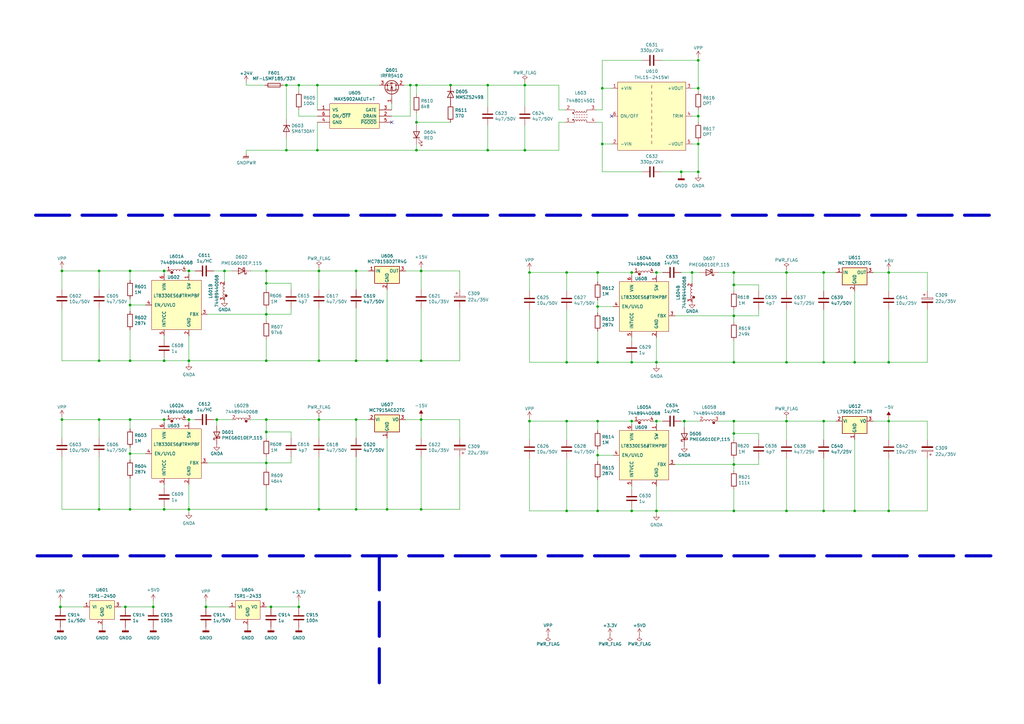
<source format=kicad_sch>
(kicad_sch (version 20230121) (generator eeschema)
  (paper "A3")
  (title_block (date "2023-07-12") (rev "1.1"))
  (junction (at 350.52 148.59))
  (junction (at 259.08 209.55))
  (junction (at 300.99 172.72))
  (junction (at 122.555 34.925))
  (junction (at 247.015 36.195))
  (junction (at 300.99 129.54))
  (junction (at 53.34 172.085))
  (junction (at 232.41 148.59))
  (junction (at 146.05 208.915))
  (junction (at 300.99 111.76))
  (junction (at 280.67 172.72))
  (junction (at 77.47 208.915))
  (junction (at 337.82 111.76))
  (junction (at 62.865 248.92))
  (junction (at 168.275 34.925))
  (junction (at 77.47 147.955))
  (junction (at 88.9 172.085))
  (junction (at 84.455 248.92))
  (junction (at 286.385 59.055))
  (junction (at 67.31 172.085))
  (junction (at 217.17 172.72))
  (junction (at 109.22 116.205))
  (junction (at 130.81 147.955))
  (junction (at 232.41 172.72))
  (junction (at 158.75 147.955))
  (junction (at 247.015 59.055))
  (junction (at 245.11 111.76))
  (junction (at 232.41 209.55))
  (junction (at 109.22 208.915))
  (junction (at 146.05 172.085))
  (junction (at 322.58 209.55))
  (junction (at 170.815 61.595))
  (junction (at 259.08 172.72))
  (junction (at 53.34 208.915))
  (junction (at 217.17 111.76))
  (junction (at 40.64 172.085))
  (junction (at 322.58 148.59))
  (junction (at 24.765 248.92))
  (junction (at 200.025 34.925))
  (junction (at 172.72 208.915))
  (junction (at 130.81 172.085))
  (junction (at 259.08 148.59))
  (junction (at 109.22 172.085))
  (junction (at 158.75 208.915))
  (junction (at 172.72 172.085))
  (junction (at 269.24 172.72))
  (junction (at 300.99 148.59))
  (junction (at 51.435 248.92))
  (junction (at 117.475 61.595))
  (junction (at 77.47 172.085))
  (junction (at 122.555 248.92))
  (junction (at 232.41 111.76))
  (junction (at 146.05 147.955))
  (junction (at 130.81 208.915))
  (junction (at 259.08 111.76))
  (junction (at 77.47 111.125))
  (junction (at 279.4 70.485))
  (junction (at 300.99 209.55))
  (junction (at 130.175 34.925))
  (junction (at 53.34 111.125))
  (junction (at 172.72 147.955))
  (junction (at 215.265 61.595))
  (junction (at 170.815 50.165))
  (junction (at 184.785 34.925))
  (junction (at 286.385 47.625))
  (junction (at 170.815 34.925))
  (junction (at 67.31 111.125))
  (junction (at 364.49 172.72))
  (junction (at 111.125 248.92))
  (junction (at 322.58 172.72))
  (junction (at 109.22 147.955))
  (junction (at 245.11 172.72))
  (junction (at 40.64 208.915))
  (junction (at 300.99 190.5))
  (junction (at 286.385 24.765))
  (junction (at 364.49 111.76))
  (junction (at 245.11 186.69))
  (junction (at 350.52 209.55))
  (junction (at 92.075 111.125))
  (junction (at 245.11 148.59))
  (junction (at 322.58 111.76))
  (junction (at 364.49 209.55))
  (junction (at 109.22 189.865))
  (junction (at 53.34 147.955))
  (junction (at 146.05 111.125))
  (junction (at 40.64 147.955))
  (junction (at 25.4 111.125))
  (junction (at 117.475 34.925))
  (junction (at 172.72 111.125))
  (junction (at 269.24 111.76))
  (junction (at 300.99 116.84))
  (junction (at 109.22 111.125))
  (junction (at 215.265 34.925))
  (junction (at 269.24 148.59))
  (junction (at 53.34 186.055))
  (junction (at 245.11 209.55))
  (junction (at 40.64 111.125))
  (junction (at 269.24 209.55))
  (junction (at 109.22 177.165))
  (junction (at 283.845 111.76))
  (junction (at 337.82 209.55))
  (junction (at 364.49 148.59))
  (junction (at 286.385 70.485))
  (junction (at 286.385 36.195))
  (junction (at 337.82 172.72))
  (junction (at 67.31 147.955))
  (junction (at 67.31 208.915))
  (junction (at 25.4 172.085))
  (junction (at 130.175 61.595))
  (junction (at 245.11 125.73))
  (junction (at 300.99 177.8))
  (junction (at 53.34 125.095))
  (junction (at 130.81 111.125))
  (junction (at 337.82 148.59))
  (junction (at 200.025 61.595))
  (junction (at 109.22 128.905))
  (no_connect (at 160.655 50.165))
  (no_connect (at 250.825 47.625))
  (wire (pts (xy 122.555 246.38) (xy 122.555 248.92)))
  (wire (pts (xy 77.47 210.185) (xy 77.47 208.915)))
  (wire (pts (xy 337.82 180.34) (xy 337.82 172.72)))
  (wire (pts (xy 245.11 189.23) (xy 245.11 186.69)))
  (wire (pts (xy 25.4 170.815) (xy 25.4 172.085)))
  (wire (pts (xy 247.015 45.085) (xy 247.015 36.195)))
  (wire (pts (xy 217.17 127) (xy 217.17 148.59)))
  (wire (pts (xy 215.265 51.435) (xy 215.265 61.595)))
  (wire (pts (xy 67.31 146.685) (xy 67.31 147.955)))
  (wire (pts (xy 130.81 208.915) (xy 130.81 187.325)))
  (wire (pts (xy 269.24 209.55) (xy 269.24 199.39)))
  (wire (pts (xy 172.72 179.705) (xy 172.72 172.085)))
  (wire (pts (xy 146.05 118.745) (xy 146.05 111.125)))
  (wire (pts (xy 130.81 147.955) (xy 146.05 147.955)))
  (wire (pts (xy 158.75 147.955) (xy 158.75 118.745)))
  (wire (pts (xy 188.595 111.125) (xy 172.72 111.125)))
  (wire (pts (xy 76.2 172.085) (xy 77.47 172.085)))
  (wire (pts (xy 109.22 111.125) (xy 109.22 116.205)))
  (wire (pts (xy 245.11 111.76) (xy 259.08 111.76)))
  (wire (pts (xy 263.525 70.485) (xy 247.015 70.485)))
  (wire (pts (xy 267.97 111.76) (xy 269.24 111.76)))
  (wire (pts (xy 40.64 187.325) (xy 40.64 208.915)))
  (wire (pts (xy 80.01 172.085) (xy 77.47 172.085)))
  (wire (pts (xy 146.05 147.955) (xy 158.75 147.955)))
  (wire (pts (xy 67.31 111.125) (xy 67.31 112.395)))
  (wire (pts (xy 300.99 129.54) (xy 311.15 129.54)))
  (wire (pts (xy 119.38 177.165) (xy 109.22 177.165)))
  (wire (pts (xy 67.31 200.025) (xy 67.31 198.755)))
  (wire (pts (xy 160.655 45.085) (xy 160.655 42.545)))
  (wire (pts (xy 109.22 200.025) (xy 109.22 208.915)))
  (wire (pts (xy 300.99 172.72) (xy 322.58 172.72)))
  (wire (pts (xy 217.17 148.59) (xy 232.41 148.59)))
  (wire (pts (xy 337.82 209.55) (xy 350.52 209.55)))
  (wire (pts (xy 77.47 147.955) (xy 77.47 137.795)))
  (wire (pts (xy 269.24 210.82) (xy 269.24 209.55)))
  (wire (pts (xy 49.53 248.92) (xy 51.435 248.92)))
  (wire (pts (xy 68.58 172.085) (xy 67.31 172.085)))
  (wire (pts (xy 286.385 47.625) (xy 286.385 50.165)))
  (wire (pts (xy 119.38 179.705) (xy 119.38 177.165)))
  (wire (pts (xy 337.82 148.59) (xy 337.82 127)))
  (wire (pts (xy 300.99 200.66) (xy 300.99 209.55)))
  (wire (pts (xy 146.05 179.705) (xy 146.05 172.085)))
  (wire (pts (xy 231.775 50.165) (xy 229.235 50.165)))
  (wire (pts (xy 102.87 111.125) (xy 109.22 111.125)))
  (wire (pts (xy 146.05 111.125) (xy 130.81 111.125)))
  (wire (pts (xy 67.31 139.065) (xy 67.31 137.795)))
  (wire (pts (xy 172.72 126.365) (xy 172.72 147.955)))
  (wire (pts (xy 109.22 187.325) (xy 109.22 189.865)))
  (wire (pts (xy 276.86 190.5) (xy 300.99 190.5)))
  (wire (pts (xy 88.9 174.625) (xy 88.9 172.085)))
  (wire (pts (xy 364.49 180.34) (xy 364.49 172.72)))
  (wire (pts (xy 160.655 47.625) (xy 168.275 47.625)))
  (wire (pts (xy 168.275 47.625) (xy 168.275 34.925)))
  (wire (pts (xy 300.99 190.5) (xy 300.99 193.04)))
  (wire (pts (xy 53.34 125.095) (xy 53.34 122.555)))
  (wire (pts (xy 170.815 46.355) (xy 170.815 50.165)))
  (wire (pts (xy 168.275 34.925) (xy 170.815 34.925)))
  (wire (pts (xy 130.81 170.815) (xy 130.81 172.085)))
  (wire (pts (xy 364.49 119.38) (xy 364.49 111.76)))
  (wire (pts (xy 300.99 127) (xy 300.99 129.54)))
  (wire (pts (xy 217.17 171.45) (xy 217.17 172.72)))
  (wire (pts (xy 102.87 172.085) (xy 109.22 172.085)))
  (wire (pts (xy 286.385 24.765) (xy 286.385 36.195)))
  (wire (pts (xy 286.385 70.485) (xy 286.385 71.755)))
  (wire (pts (xy 77.47 149.225) (xy 77.47 147.955)))
  (wire (pts (xy 188.595 118.745) (xy 188.595 111.125)))
  (wire (pts (xy 286.385 70.485) (xy 286.385 59.055)))
  (wire (pts (xy 111.125 248.92) (xy 111.125 249.555)))
  (wire (pts (xy 109.22 189.865) (xy 119.38 189.865)))
  (wire (pts (xy 119.38 189.865) (xy 119.38 187.325)))
  (wire (pts (xy 40.64 111.125) (xy 25.4 111.125)))
  (wire (pts (xy 300.99 177.8) (xy 300.99 180.34)))
  (wire (pts (xy 300.99 148.59) (xy 322.58 148.59)))
  (wire (pts (xy 358.14 111.76) (xy 364.49 111.76)))
  (wire (pts (xy 267.97 172.72) (xy 269.24 172.72)))
  (wire (pts (xy 245.11 186.69) (xy 245.11 184.15)))
  (wire (pts (xy 109.22 147.955) (xy 77.47 147.955)))
  (wire (pts (xy 109.22 116.205) (xy 109.22 118.745)))
  (wire (pts (xy 311.15 180.34) (xy 311.15 177.8)))
  (wire (pts (xy 109.22 128.905) (xy 109.22 131.445)))
  (wire (pts (xy 117.475 61.595) (xy 130.175 61.595)))
  (wire (pts (xy 279.4 172.72) (xy 280.67 172.72)))
  (wire (pts (xy 350.52 148.59) (xy 350.52 119.38)))
  (wire (pts (xy 279.4 111.76) (xy 283.845 111.76)))
  (wire (pts (xy 259.08 172.72) (xy 259.08 173.99)))
  (wire (pts (xy 358.14 172.72) (xy 364.49 172.72)))
  (wire (pts (xy 100.965 61.595) (xy 100.965 62.865)))
  (wire (pts (xy 217.17 187.96) (xy 217.17 209.55)))
  (wire (pts (xy 229.235 50.165) (xy 229.235 61.595)))
  (wire (pts (xy 364.49 209.55) (xy 350.52 209.55)))
  (wire (pts (xy 311.15 129.54) (xy 311.15 127)))
  (wire (pts (xy 25.4 126.365) (xy 25.4 147.955)))
  (wire (pts (xy 67.31 208.915) (xy 53.34 208.915)))
  (wire (pts (xy 108.585 34.925) (xy 100.965 34.925)))
  (wire (pts (xy 311.15 177.8) (xy 300.99 177.8)))
  (wire (pts (xy 24.765 246.38) (xy 24.765 248.92)))
  (wire (pts (xy 259.08 148.59) (xy 269.24 148.59)))
  (wire (pts (xy 337.82 209.55) (xy 337.82 187.96)))
  (wire (pts (xy 165.735 34.925) (xy 168.275 34.925)))
  (wire (pts (xy 300.99 187.96) (xy 300.99 190.5)))
  (wire (pts (xy 59.69 186.055) (xy 53.34 186.055)))
  (wire (pts (xy 337.82 111.76) (xy 322.58 111.76)))
  (wire (pts (xy 279.4 70.485) (xy 286.385 70.485)))
  (wire (pts (xy 151.13 172.085) (xy 146.05 172.085)))
  (wire (pts (xy 122.555 248.92) (xy 122.555 249.555)))
  (wire (pts (xy 322.58 119.38) (xy 322.58 111.76)))
  (wire (pts (xy 25.4 187.325) (xy 25.4 208.915)))
  (wire (pts (xy 117.475 56.515) (xy 117.475 61.595)))
  (wire (pts (xy 217.17 119.38) (xy 217.17 111.76)))
  (wire (pts (xy 130.81 208.915) (xy 146.05 208.915)))
  (wire (pts (xy 380.365 111.76) (xy 364.49 111.76)))
  (wire (pts (xy 80.01 111.125) (xy 77.47 111.125)))
  (wire (pts (xy 269.24 172.72) (xy 269.24 173.99)))
  (wire (pts (xy 300.99 116.84) (xy 300.99 119.38)))
  (wire (pts (xy 271.78 111.76) (xy 269.24 111.76)))
  (wire (pts (xy 286.385 59.055) (xy 283.845 59.055)))
  (wire (pts (xy 62.865 248.92) (xy 62.865 249.555)))
  (wire (pts (xy 170.815 34.925) (xy 184.785 34.925)))
  (wire (pts (xy 68.58 111.125) (xy 67.31 111.125)))
  (wire (pts (xy 232.41 148.59) (xy 245.11 148.59)))
  (wire (pts (xy 188.595 126.365) (xy 188.595 147.955)))
  (wire (pts (xy 170.815 61.595) (xy 200.025 61.595)))
  (wire (pts (xy 130.81 147.955) (xy 130.81 126.365)))
  (wire (pts (xy 109.22 139.065) (xy 109.22 147.955)))
  (wire (pts (xy 53.34 186.055) (xy 53.34 183.515)))
  (wire (pts (xy 311.15 190.5) (xy 311.15 187.96)))
  (wire (pts (xy 232.41 172.72) (xy 245.11 172.72)))
  (wire (pts (xy 87.63 172.085) (xy 88.9 172.085)))
  (wire (pts (xy 40.64 172.085) (xy 53.34 172.085)))
  (wire (pts (xy 286.385 57.785) (xy 286.385 59.055)))
  (wire (pts (xy 286.385 45.085) (xy 286.385 47.625)))
  (wire (pts (xy 93.98 248.92) (xy 84.455 248.92)))
  (wire (pts (xy 77.47 111.125) (xy 77.47 112.395)))
  (wire (pts (xy 380.365 187.96) (xy 380.365 209.55)))
  (wire (pts (xy 300.99 209.55) (xy 269.24 209.55)))
  (wire (pts (xy 200.025 51.435) (xy 200.025 61.595)))
  (wire (pts (xy 271.145 70.485) (xy 279.4 70.485)))
  (wire (pts (xy 119.38 128.905) (xy 119.38 126.365)))
  (wire (pts (xy 232.41 209.55) (xy 245.11 209.55)))
  (wire (pts (xy 25.4 172.085) (xy 40.64 172.085)))
  (wire (pts (xy 322.58 180.34) (xy 322.58 172.72)))
  (wire (pts (xy 130.175 45.085) (xy 130.175 34.925)))
  (wire (pts (xy 158.75 208.915) (xy 158.75 179.705)))
  (wire (pts (xy 380.365 119.38) (xy 380.365 111.76)))
  (wire (pts (xy 286.385 36.195) (xy 286.385 37.465)))
  (wire (pts (xy 77.47 172.085) (xy 77.47 173.355)))
  (wire (pts (xy 85.09 128.905) (xy 109.22 128.905)))
  (wire (pts (xy 245.11 172.72) (xy 259.08 172.72)))
  (wire (pts (xy 350.52 209.55) (xy 350.52 180.34)))
  (wire (pts (xy 215.265 43.815) (xy 215.265 34.925)))
  (wire (pts (xy 53.34 172.085) (xy 67.31 172.085)))
  (wire (pts (xy 53.34 188.595) (xy 53.34 186.055)))
  (wire (pts (xy 188.595 179.705) (xy 188.595 172.085)))
  (wire (pts (xy 244.475 45.085) (xy 247.015 45.085)))
  (wire (pts (xy 260.35 172.72) (xy 259.08 172.72)))
  (wire (pts (xy 67.31 208.915) (xy 77.47 208.915)))
  (wire (pts (xy 53.34 175.895) (xy 53.34 172.085)))
  (wire (pts (xy 283.845 111.76) (xy 287.02 111.76)))
  (wire (pts (xy 67.31 207.645) (xy 67.31 208.915)))
  (wire (pts (xy 271.145 24.765) (xy 286.385 24.765)))
  (wire (pts (xy 247.015 59.055) (xy 250.825 59.055)))
  (wire (pts (xy 283.845 47.625) (xy 286.385 47.625)))
  (wire (pts (xy 364.49 187.96) (xy 364.49 209.55)))
  (wire (pts (xy 200.025 34.925) (xy 184.785 34.925)))
  (wire (pts (xy 322.58 148.59) (xy 337.82 148.59)))
  (wire (pts (xy 337.82 119.38) (xy 337.82 111.76)))
  (wire (pts (xy 380.365 172.72) (xy 364.49 172.72)))
  (wire (pts (xy 146.05 208.915) (xy 146.05 187.325)))
  (wire (pts (xy 62.865 246.38) (xy 62.865 248.92)))
  (wire (pts (xy 337.82 172.72) (xy 322.58 172.72)))
  (wire (pts (xy 25.4 147.955) (xy 40.64 147.955)))
  (wire (pts (xy 51.435 248.92) (xy 62.865 248.92)))
  (wire (pts (xy 247.015 24.765) (xy 247.015 36.195)))
  (wire (pts (xy 172.72 147.955) (xy 158.75 147.955)))
  (wire (pts (xy 92.075 111.125) (xy 95.25 111.125)))
  (wire (pts (xy 130.81 109.855) (xy 130.81 111.125)))
  (wire (pts (xy 188.595 147.955) (xy 172.72 147.955)))
  (wire (pts (xy 259.08 147.32) (xy 259.08 148.59)))
  (wire (pts (xy 311.15 116.84) (xy 300.99 116.84)))
  (wire (pts (xy 263.525 24.765) (xy 247.015 24.765)))
  (wire (pts (xy 25.4 109.855) (xy 25.4 111.125)))
  (wire (pts (xy 283.845 116.205) (xy 283.845 111.76)))
  (wire (pts (xy 322.58 148.59) (xy 322.58 127)))
  (polyline (pts (xy 14.605 88.265) (xy 405.765 88.265)) (stroke (width 1.27) (type dash)))
  (wire (pts (xy 188.595 172.085) (xy 172.72 172.085)))
  (wire (pts (xy 100.965 34.925) (xy 100.965 33.655)))
  (wire (pts (xy 217.17 172.72) (xy 232.41 172.72)))
  (wire (pts (xy 251.46 125.73) (xy 245.11 125.73)))
  (wire (pts (xy 77.47 208.915) (xy 77.47 198.755)))
  (wire (pts (xy 300.99 111.76) (xy 300.99 116.84)))
  (wire (pts (xy 130.175 50.165) (xy 130.175 61.595)))
  (wire (pts (xy 300.99 129.54) (xy 300.99 132.08)))
  (wire (pts (xy 34.29 248.92) (xy 24.765 248.92)))
  (wire (pts (xy 67.31 172.085) (xy 67.31 173.355)))
  (wire (pts (xy 294.64 111.76) (xy 300.99 111.76)))
  (wire (pts (xy 251.46 186.69) (xy 245.11 186.69)))
  (wire (pts (xy 276.86 129.54) (xy 300.99 129.54)))
  (wire (pts (xy 271.78 172.72) (xy 269.24 172.72)))
  (polyline (pts (xy 155.575 280.035) (xy 155.575 225.425)) (stroke (width 1.27) (type dash)))
  (wire (pts (xy 259.08 209.55) (xy 269.24 209.55)))
  (wire (pts (xy 217.17 110.49) (xy 217.17 111.76)))
  (wire (pts (xy 111.125 248.92) (xy 122.555 248.92)))
  (wire (pts (xy 232.41 187.96) (xy 232.41 209.55)))
  (wire (pts (xy 40.64 147.955) (xy 53.34 147.955)))
  (wire (pts (xy 269.24 149.86) (xy 269.24 148.59)))
  (wire (pts (xy 172.72 109.855) (xy 172.72 111.125)))
  (wire (pts (xy 25.4 118.745) (xy 25.4 111.125)))
  (wire (pts (xy 280.67 175.26) (xy 280.67 172.72)))
  (wire (pts (xy 259.08 209.55) (xy 245.11 209.55)))
  (wire (pts (xy 294.64 172.72) (xy 300.99 172.72)))
  (wire (pts (xy 172.72 187.325) (xy 172.72 208.915)))
  (wire (pts (xy 109.22 208.915) (xy 77.47 208.915)))
  (wire (pts (xy 76.2 111.125) (xy 77.47 111.125)))
  (wire (pts (xy 215.265 33.655) (xy 215.265 34.925)))
  (wire (pts (xy 109.22 126.365) (xy 109.22 128.905)))
  (wire (pts (xy 364.49 127) (xy 364.49 148.59)))
  (wire (pts (xy 245.11 176.53) (xy 245.11 172.72)))
  (wire (pts (xy 172.72 208.915) (xy 158.75 208.915)))
  (wire (pts (xy 280.67 172.72) (xy 287.02 172.72)))
  (wire (pts (xy 259.08 200.66) (xy 259.08 199.39)))
  (wire (pts (xy 245.11 209.55) (xy 245.11 196.85)))
  (wire (pts (xy 244.475 50.165) (xy 247.015 50.165)))
  (wire (pts (xy 170.815 61.595) (xy 130.175 61.595)))
  (wire (pts (xy 232.41 111.76) (xy 245.11 111.76)))
  (wire (pts (xy 53.34 147.955) (xy 53.34 135.255)))
  (wire (pts (xy 300.99 209.55) (xy 322.58 209.55)))
  (wire (pts (xy 170.815 59.055) (xy 170.815 61.595)))
  (wire (pts (xy 247.015 70.485) (xy 247.015 59.055)))
  (wire (pts (xy 342.9 172.72) (xy 337.82 172.72)))
  (wire (pts (xy 109.22 208.915) (xy 130.81 208.915)))
  (wire (pts (xy 247.015 36.195) (xy 250.825 36.195)))
  (wire (pts (xy 380.365 127) (xy 380.365 148.59)))
  (wire (pts (xy 53.34 114.935) (xy 53.34 111.125)))
  (wire (pts (xy 232.41 180.34) (xy 232.41 172.72)))
  (wire (pts (xy 286.385 23.495) (xy 286.385 24.765)))
  (wire (pts (xy 300.99 172.72) (xy 300.99 177.8)))
  (wire (pts (xy 269.24 111.76) (xy 269.24 113.03)))
  (wire (pts (xy 300.99 139.7) (xy 300.99 148.59)))
  (wire (pts (xy 259.08 148.59) (xy 245.11 148.59)))
  (wire (pts (xy 40.64 111.125) (xy 53.34 111.125)))
  (wire (pts (xy 122.555 37.465) (xy 122.555 34.925)))
  (wire (pts (xy 84.455 246.38) (xy 84.455 248.92)))
  (wire (pts (xy 200.025 43.815) (xy 200.025 34.925)))
  (wire (pts (xy 122.555 34.925) (xy 130.175 34.925)))
  (wire (pts (xy 53.34 208.915) (xy 53.34 196.215)))
  (wire (pts (xy 380.365 180.34) (xy 380.365 172.72)))
  (wire (pts (xy 40.64 118.745) (xy 40.64 111.125)))
  (wire (pts (xy 53.34 111.125) (xy 67.31 111.125)))
  (wire (pts (xy 85.09 189.865) (xy 109.22 189.865)))
  (wire (pts (xy 229.235 34.925) (xy 229.235 45.085)))
  (wire (pts (xy 40.64 208.915) (xy 53.34 208.915)))
  (wire (pts (xy 247.015 50.165) (xy 247.015 59.055)))
  (wire (pts (xy 59.69 125.095) (xy 53.34 125.095)))
  (wire (pts (xy 259.08 208.28) (xy 259.08 209.55)))
  (wire (pts (xy 109.22 147.955) (xy 130.81 147.955)))
  (wire (pts (xy 188.595 187.325) (xy 188.595 208.915)))
  (wire (pts (xy 170.815 50.165) (xy 184.785 50.165)))
  (wire (pts (xy 259.08 111.76) (xy 259.08 113.03)))
  (wire (pts (xy 87.63 111.125) (xy 92.075 111.125)))
  (wire (pts (xy 322.58 209.55) (xy 337.82 209.55)))
  (wire (pts (xy 300.99 190.5) (xy 311.15 190.5)))
  (wire (pts (xy 116.205 34.925) (xy 117.475 34.925)))
  (wire (pts (xy 170.815 34.925) (xy 170.815 38.735)))
  (wire (pts (xy 40.64 126.365) (xy 40.64 147.955)))
  (wire (pts (xy 109.22 111.125) (xy 130.81 111.125)))
  (wire (pts (xy 380.365 148.59) (xy 364.49 148.59)))
  (wire (pts (xy 25.4 179.705) (xy 25.4 172.085)))
  (wire (pts (xy 109.22 172.085) (xy 130.81 172.085)))
  (wire (pts (xy 300.99 111.76) (xy 322.58 111.76)))
  (wire (pts (xy 109.22 189.865) (xy 109.22 192.405)))
  (wire (pts (xy 269.24 148.59) (xy 269.24 138.43)))
  (wire (pts (xy 117.475 34.925) (xy 122.555 34.925)))
  (wire (pts (xy 146.05 208.915) (xy 158.75 208.915)))
  (wire (pts (xy 364.49 148.59) (xy 350.52 148.59)))
  (wire (pts (xy 172.72 118.745) (xy 172.72 111.125)))
  (wire (pts (xy 364.49 171.45) (xy 364.49 172.72)))
  (wire (pts (xy 364.49 110.49) (xy 364.49 111.76)))
  (wire (pts (xy 380.365 209.55) (xy 364.49 209.55)))
  (wire (pts (xy 109.22 128.905) (xy 119.38 128.905)))
  (wire (pts (xy 24.765 248.92) (xy 24.765 249.555)))
  (wire (pts (xy 92.075 115.57) (xy 92.075 111.125)))
  (wire (pts (xy 101.6 256.54) (xy 101.6 257.175)))
  (wire (pts (xy 245.11 115.57) (xy 245.11 111.76)))
  (wire (pts (xy 322.58 110.49) (xy 322.58 111.76)))
  (wire (pts (xy 245.11 128.27) (xy 245.11 125.73)))
  (polyline (pts (xy 15.24 227.965) (xy 406.4 227.965)) (stroke (width 1.27) (type dash)))
  (wire (pts (xy 109.22 177.165) (xy 109.22 179.705)))
  (wire (pts (xy 151.13 111.125) (xy 146.05 111.125)))
  (wire (pts (xy 300.99 148.59) (xy 269.24 148.59)))
  (wire (pts (xy 41.91 256.54) (xy 41.91 257.175)))
  (wire (pts (xy 188.595 208.915) (xy 172.72 208.915)))
  (wire (pts (xy 119.38 118.745) (xy 119.38 116.205)))
  (wire (pts (xy 260.35 111.76) (xy 259.08 111.76)))
  (wire (pts (xy 130.175 34.925) (xy 155.575 34.925)))
  (wire (pts (xy 229.235 61.595) (xy 215.265 61.595)))
  (wire (pts (xy 67.31 147.955) (xy 53.34 147.955)))
  (wire (pts (xy 245.11 125.73) (xy 245.11 123.19)))
  (wire (pts (xy 170.815 50.165) (xy 170.815 51.435)))
  (wire (pts (xy 117.475 61.595) (xy 100.965 61.595)))
  (wire (pts (xy 146.05 172.085) (xy 130.81 172.085)))
  (wire (pts (xy 217.17 180.34) (xy 217.17 172.72)))
  (wire (pts (xy 259.08 139.7) (xy 259.08 138.43)))
  (wire (pts (xy 40.64 179.705) (xy 40.64 172.085)))
  (wire (pts (xy 51.435 248.92) (xy 51.435 249.555)))
  (wire (pts (xy 215.265 34.925) (xy 229.235 34.925)))
  (wire (pts (xy 122.555 47.625) (xy 130.175 47.625)))
  (wire (pts (xy 109.22 172.085) (xy 109.22 177.165)))
  (wire (pts (xy 88.9 172.085) (xy 95.25 172.085)))
  (wire (pts (xy 130.81 118.745) (xy 130.81 111.125)))
  (wire (pts (xy 279.4 70.485) (xy 279.4 71.755)))
  (wire (pts (xy 130.81 179.705) (xy 130.81 172.085)))
  (wire (pts (xy 25.4 208.915) (xy 40.64 208.915)))
  (wire (pts (xy 117.475 48.895) (xy 117.475 34.925)))
  (wire (pts (xy 232.41 127) (xy 232.41 148.59)))
  (wire (pts (xy 311.15 119.38) (xy 311.15 116.84)))
  (wire (pts (xy 232.41 111.76) (xy 217.17 111.76)))
  (wire (pts (xy 322.58 209.55) (xy 322.58 187.96)))
  (wire (pts (xy 232.41 119.38) (xy 232.41 111.76)))
  (wire (pts (xy 166.37 111.125) (xy 172.72 111.125)))
  (wire (pts (xy 283.845 36.195) (xy 286.385 36.195)))
  (wire (pts (xy 166.37 172.085) (xy 172.72 172.085)))
  (wire (pts (xy 53.34 127.635) (xy 53.34 125.095)))
  (wire (pts (xy 322.58 171.45) (xy 322.58 172.72)))
  (wire (pts (xy 337.82 148.59) (xy 350.52 148.59)))
  (wire (pts (xy 245.11 148.59) (xy 245.11 135.89)))
  (wire (pts (xy 109.22 248.92) (xy 111.125 248.92)))
  (wire (pts (xy 119.38 116.205) (xy 109.22 116.205)))
  (wire (pts (xy 67.31 147.955) (xy 77.47 147.955)))
  (wire (pts (xy 229.235 45.085) (xy 231.775 45.085)))
  (wire (pts (xy 215.265 61.595) (xy 200.025 61.595)))
  (wire (pts (xy 217.17 209.55) (xy 232.41 209.55)))
  (wire (pts (xy 172.72 170.815) (xy 172.72 172.085)))
  (wire (pts (xy 146.05 147.955) (xy 146.05 126.365)))
  (wire (pts (xy 84.455 248.92) (xy 84.455 249.555)))
  (wire (pts (xy 200.025 34.925) (xy 215.265 34.925)))
  (wire (pts (xy 122.555 45.085) (xy 122.555 47.625)))
  (wire (pts (xy 342.9 111.76) (xy 337.82 111.76)))
  (symbol (lib_id "Device:D_Schottky") (at 280.67 179.07 90) (unit 1)
    (property "Reference" "D606" (at 282.6766 177.9016 90) (effects (justify right)))
    (property "Value" "PMEG6010EP,115" (at 282.6766 180.213 90) (effects (justify right)))
    (property "Footprint" "Diode_SMD:D_SOD-128" (effects hide))
    (instances (project "ETH1CFGEN1" (path "" (reference "D606") (unit 1))) (project "ETH1CLCR1" (path "" (reference "D1501") (unit 1))))
  )
  (symbol (lib_id "ETH1CFGEN1:74489440068") (at 72.39 172.085 0) (unit 1)
    (property "Reference" "L602" (at 72.39 166.37 0))
    (property "Value" "74489440068" (at 72.39 168.91 0))
    (property "Footprint" "ETH1CFGEN1:74489440068" (effects hide))
    (instances (project "ETH1CFGEN1" (path "" (reference "L602") (unit 1))) (project "ETH1CLCR1" (path "" (reference "L1503") (unit 1))))
  )
  (symbol (lib_id "Device:C") (at 322.58 123.19 0) (unit 1)
    (property "Reference" "C637" (at 325.501 122.0216 0) (effects (justify left)))
    (property "Value" "4u7/25V" (at 325.501 124.333 0) (effects (justify left)))
    (property "Footprint" "Capacitor_SMD:C_1206_3216Metric_Pad1.33x1.80mm_HandSolder" (effects hide))
    (instances (project "ETH1CFGEN1" (path "" (reference "C637") (unit 1))) (project "ETH1CLCR1" (path "" (reference "C1519") (unit 1))))
  )
  (symbol (lib_id "Device:C") (at 25.4 183.515 0) (unit 1)
    (property "Reference" "C603" (at 28.321 182.3466 0) (effects (justify left)))
    (property "Value" "10u/50V" (at 28.321 184.658 0) (effects (justify left)))
    (property "Footprint" "Capacitor_SMD:C_1206_3216Metric_Pad1.33x1.80mm_HandSolder" (effects hide))
    (instances (project "ETH1CFGEN1" (path "" (reference "C603") (unit 1))) (project "ETH1CLCR1" (path "" (reference "C1507") (unit 1))))
  )
  (symbol (lib_id "power:+3.3V") (at 250.19 260.35 0) (unit 1)
    (property "Reference" "#PWR0627" (effects hide))
    (property "Value" "+3.3V" (at 250.19 256.54 0))
  )
  (symbol (lib_id "Device:C_Polarized") (at 380.365 123.19 0) (unit 1)
    (property "Reference" "C309" (at 383.54 121.031 0) (effects (justify left)))
    (property "Value" "22u/35V" (at 383.54 123.571 0) (effects (justify left)))
    (property "Footprint" "Capacitor_Tantalum_SMD:CP_EIA-7343-31_Kemet-D_Pad2.25x2.55mm_HandSolder" (effects hide))
    (instances (project "ETH1CFGEN1B" (path "" (reference "C309") (unit 1)) (path "" (reference "C606") (unit 1))) (project "ETH1CFGEN1" (path "" (reference "C906") (unit 1)) (path "" (reference "C1206") (unit 1)) (path "" (reference "C645") (unit 1))))
  )
  (symbol (lib_id "Device:C_Polarized") (at 188.595 122.555 0) (unit 1)
    (property "Reference" "C309" (at 191.77 120.396 0) (effects (justify left)))
    (property "Value" "22u/35V" (at 191.77 122.936 0) (effects (justify left)))
    (property "Footprint" "Capacitor_Tantalum_SMD:CP_EIA-7343-31_Kemet-D_Pad2.25x2.55mm_HandSolder" (effects hide))
    (instances (project "ETH1CFGEN1B" (path "" (reference "C309") (unit 1)) (path "" (reference "C606") (unit 1))) (project "ETH1CFGEN1" (path "" (reference "C906") (unit 1)) (path "" (reference "C1206") (unit 1)) (path "" (reference "C643") (unit 1))))
  )
  (symbol (lib_id "power:+5V") (at 364.49 110.49 0) (unit 1)
    (property "Reference" "#PWR0636" (effects hide))
    (property "Value" "+5V" (at 364.49 106.934 0))
  )
  (symbol (lib_id "power:PWR_FLAG") (at 322.58 171.45 0) (unit 1)
    (property "Reference" "#FLG0609" (effects hide))
    (property "Value" "PWR_FLAG" (at 322.58 167.64 0))
    (instances (project "ETH1CFGEN1" (path "" (reference "#FLG0609") (unit 1))) (project "ETH1CLCR1" (path "" (reference "#FLG01503") (unit 1))))
  )
  (symbol (lib_id "Device:C") (at 337.82 184.15 0) (unit 1)
    (property "Reference" "C640" (at 340.741 182.9816 0) (effects (justify left)))
    (property "Value" "4u7/25V" (at 340.741 185.293 0) (effects (justify left)))
    (property "Footprint" "Capacitor_SMD:C_1206_3216Metric_Pad1.33x1.80mm_HandSolder" (effects hide))
    (instances (project "ETH1CFGEN1" (path "" (reference "C640") (unit 1))) (project "ETH1CLCR1" (path "" (reference "C1523") (unit 1))))
  )
  (symbol (lib_id "ETH1CFGEN1:LT8330_S6") (at 72.39 186.055 0) (unit 1)
    (property "Reference" "U603" (at 68.58 174.625 0) (effects (justify left)))
    (property "Value" "LT8330ES6#TRMPBF" (at 62.865 182.245 0) (effects (justify left)))
    (property "Footprint" "Package_TO_SOT_SMD:TSOT-23-6_HandSoldering" (effects hide))
    (instances (project "ETH1CFGEN1" (path "" (reference "U603") (unit 1))) (project "ETH1CLCR1" (path "" (reference "U1505") (unit 1))))
  )
  (symbol (lib_id "power:GNDD") (at 101.6 257.175 0) (unit 1)
    (property "Reference" "#PWR0615" (effects hide))
    (property "Value" "GNDD" (at 101.6 261.62 0))
  )
  (symbol (lib_id "Device:D_Schottky") (at 290.83 111.76 180) (unit 1)
    (property "Reference" "D607" (at 290.83 106.045 0))
    (property "Value" "PMEG6010EP,115" (at 290.83 108.585 0))
    (property "Footprint" "Diode_SMD:D_SOD-128" (effects hide))
    (instances (project "ETH1CFGEN1" (path "" (reference "D607") (unit 1))) (project "ETH1CLCR1" (path "" (reference "D1502") (unit 1))))
  )
  (symbol (lib_id "power:GNDA") (at 88.9 182.245 0) (unit 1)
    (property "Reference" "#PWR0616" (effects hide))
    (property "Value" "GNDA" (at 88.9 186.055 0))
    (instances (project "ETH1CFGEN1" (path "" (reference "#PWR0616") (unit 1))) (project "ETH1CLCR1" (path "" (reference "#PWR01518") (unit 1))))
  )
  (symbol (lib_id "ETH1CFGEN1:TSR1") (at 41.91 250.19 0) (unit 1)
    (property "Reference" "U601" (at 41.91 241.935 0))
    (property "Value" "TSR1-2450" (at 41.91 244.475 0))
    (property "Footprint" "ETH1CFGEN1:TSR1" (effects hide))
  )
  (symbol (lib_id "Device:R") (at 245.11 119.38 0) (unit 1)
    (property "Reference" "R612" (at 246.888 118.2116 0) (effects (justify left)))
    (property "Value" "1M" (at 246.888 120.523 0) (effects (justify left)))
    (property "Footprint" "Resistor_SMD:R_0603_1608Metric_Pad0.98x0.95mm_HandSolder" (effects hide))
    (instances (project "ETH1CFGEN1" (path "" (reference "R612") (unit 1))) (project "ETH1CLCR1" (path "" (reference "R1501") (unit 1))))
  )
  (symbol (lib_id "ETH1CFGEN1:TSR1") (at 101.6 250.19 0) (unit 1)
    (property "Reference" "U604" (at 101.6 241.935 0))
    (property "Value" "TSR1-2433" (at 101.6 244.475 0))
    (property "Footprint" "ETH1CFGEN1:TSR1" (effects hide))
  )
  (symbol (lib_id "Device:C") (at 232.41 123.19 0) (unit 1)
    (property "Reference" "C627" (at 235.331 122.0216 0) (effects (justify left)))
    (property "Value" "4u7/50V" (at 235.331 124.333 0) (effects (justify left)))
    (property "Footprint" "Capacitor_SMD:C_1206_3216Metric_Pad1.33x1.80mm_HandSolder" (effects hide))
    (instances (project "ETH1CFGEN1" (path "" (reference "C627") (unit 1))) (project "ETH1CLCR1" (path "" (reference "C1510") (unit 1))))
  )
  (symbol (lib_id "Regulator_Linear:L7815") (at 158.75 111.125 0) (unit 1)
    (property "Reference" "U606" (at 158.75 104.9782 0))
    (property "Value" "MC7815BD2TR4G" (at 158.75 107.2896 0))
    (property "Footprint" "Package_TO_SOT_SMD:TO-263-2" (effects hide))
    (instances (project "ETH1CFGEN1" (path "" (reference "U606") (unit 1))) (project "ETH1CLCR1" (path "" (reference "U1506") (unit 1))))
  )
  (symbol (lib_id "Device:C") (at 67.31 203.835 0) (unit 1)
    (property "Reference" "C609" (at 70.231 202.6666 0) (effects (justify left)))
    (property "Value" "1u" (at 70.231 204.978 0) (effects (justify left)))
    (property "Footprint" "Capacitor_SMD:C_0603_1608Metric_Pad1.08x0.95mm_HandSolder" (effects hide))
    (instances (project "ETH1CFGEN1" (path "" (reference "C609") (unit 1))) (project "ETH1CLCR1" (path "" (reference "C1513") (unit 1))))
  )
  (symbol (lib_id "Device:C") (at 146.05 122.555 0) (unit 1)
    (property "Reference" "C619" (at 148.971 121.3866 0) (effects (justify left)))
    (property "Value" "4u7/50V" (at 148.971 123.698 0) (effects (justify left)))
    (property "Footprint" "Capacitor_SMD:C_1206_3216Metric_Pad1.33x1.80mm_HandSolder" (effects hide))
    (instances (project "ETH1CFGEN1" (path "" (reference "C619") (unit 1))) (project "ETH1CLCR1" (path "" (reference "C1522") (unit 1))))
  )
  (symbol (lib_id "Device:C") (at 62.865 253.365 0) (unit 1)
    (property "Reference" "C915" (at 65.786 252.1966 0) (effects (justify left)))
    (property "Value" "100n" (at 65.786 254.508 0) (effects (justify left)))
    (property "Footprint" "Capacitor_SMD:C_0603_1608Metric_Pad1.08x0.95mm_HandSolder" (effects hide))
    (instances (project "ETH1CLCR2" (path "" (reference "C915") (unit 1))) (project "ETH1CFGEN1" (path "" (reference "C607") (unit 1))))
  )
  (symbol (lib_id "power:VPP") (at 25.4 109.855 0) (unit 1)
    (property "Reference" "#PWR0603" (effects hide))
    (property "Value" "VPP" (at 25.4 106.045 0))
    (instances (project "ETH1CFGEN1" (path "" (reference "#PWR0603") (unit 1))) (project "ETH1CLCR1" (path "" (reference "#PWR01510") (unit 1))))
  )
  (symbol (lib_id "Device:C") (at 25.4 122.555 0) (unit 1)
    (property "Reference" "C602" (at 28.321 121.3866 0) (effects (justify left)))
    (property "Value" "10u/50V" (at 28.321 123.698 0) (effects (justify left)))
    (property "Footprint" "Capacitor_SMD:C_1206_3216Metric_Pad1.33x1.80mm_HandSolder" (effects hide))
    (instances (project "ETH1CFGEN1" (path "" (reference "C602") (unit 1))) (project "ETH1CLCR1" (path "" (reference "C1506") (unit 1))))
  )
  (symbol (lib_id "power:GNDD") (at 41.91 257.175 0) (unit 1)
    (property "Reference" "#PWR0605" (effects hide))
    (property "Value" "GNDD" (at 41.91 261.62 0))
  )
  (symbol (lib_id "Device:D_Schottky") (at 99.06 111.125 180) (unit 1)
    (property "Reference" "D602" (at 99.06 105.41 0))
    (property "Value" "PMEG6010EP,115" (at 99.06 107.95 0))
    (property "Footprint" "Diode_SMD:D_SOD-128" (effects hide))
    (instances (project "ETH1CFGEN1" (path "" (reference "D602") (unit 1))) (project "ETH1CLCR1" (path "" (reference "D1502") (unit 1))))
  )
  (symbol (lib_id "Device:C") (at 267.335 70.485 270) (unit 1)
    (property "Reference" "C632" (at 267.335 64.0842 90))
    (property "Value" "330p/2kV" (at 267.335 66.3956 90))
    (property "Footprint" "Capacitor_SMD:C_1210_3225Metric_Pad1.33x2.70mm_HandSolder" (effects hide))
    (instances (project "ETH1CFGEN1" (path "" (reference "C632") (unit 1))) (project "ETH1CDMM1" (path "" (reference "C304") (unit 1))))
  )
  (symbol (lib_id "Device:C") (at 172.72 183.515 0) (unit 1)
    (property "Reference" "C622" (at 175.641 182.3466 0) (effects (justify left)))
    (property "Value" "10u/35V" (at 175.641 184.658 0) (effects (justify left)))
    (property "Footprint" "Capacitor_SMD:C_1206_3216Metric_Pad1.33x1.80mm_HandSolder" (effects hide))
    (instances (project "ETH1CFGEN1" (path "" (reference "C622") (unit 1))) (project "ETH1CLCR1" (path "" (reference "C1525") (unit 1))))
  )
  (symbol (lib_id "power:-5V") (at 364.49 171.45 0) (unit 1)
    (property "Reference" "#PWR0637" (effects hide))
    (property "Value" "-5V" (at 364.49 167.005 0))
  )
  (symbol (lib_id "power:+3.3V") (at 122.555 246.38 0) (unit 1)
    (property "Reference" "#PWR0619" (effects hide))
    (property "Value" "+3.3V" (at 122.555 242.824 0))
  )
  (symbol (lib_id "Device:R") (at 53.34 131.445 0) (unit 1)
    (property "Reference" "R602" (at 55.118 130.2766 0) (effects (justify left)))
    (property "Value" "287k" (at 55.118 132.588 0) (effects (justify left)))
    (property "Footprint" "Resistor_SMD:R_0603_1608Metric_Pad0.98x0.95mm_HandSolder" (effects hide))
    (instances (project "ETH1CFGEN1" (path "" (reference "R602") (unit 1))) (project "ETH1CLCR1" (path "" (reference "R1502") (unit 1))))
  )
  (symbol (lib_id "power:PWR_FLAG") (at 215.265 33.655 0) (unit 1)
    (property "Reference" "#FLG0603" (effects hide))
    (property "Value" "PWR_FLAG" (at 215.265 29.845 0))
    (instances (project "ETH1CFGEN1" (path "" (reference "#FLG0603") (unit 1))) (project "ETH1CDMM1" (path "" (reference "#FLG0304") (unit 1))))
  )
  (symbol (lib_id "ETH1CFGEN1:74489440068") (at 264.16 172.72 0) (unit 1)
    (property "Reference" "L605" (at 264.16 167.005 0))
    (property "Value" "74489440068" (at 264.16 169.545 0))
    (property "Footprint" "ETH1CFGEN1:74489440068" (effects hide))
    (instances (project "ETH1CFGEN1" (path "" (reference "L605") (unit 1))) (project "ETH1CLCR1" (path "" (reference "L1503") (unit 1))))
  )
  (symbol (lib_id "Regulator_Linear:MC79M15_TO252") (at 350.52 172.72 0) (mirror x) (unit 1)
    (property "Reference" "U612" (at 350.52 166.5732 0))
    (property "Value" "L7905CD2T-TR" (at 350.52 168.8846 0))
    (property "Footprint" "Package_TO_SOT_SMD:TO-263-2" (effects hide))
    (property "Datasheet" "https://www.ti.com/lit/ds/symlink/ua79.pdf?ts=1692530322081&ref_url=https%253A%252F%252Fwww.ti.com%252Fproduct%252FUA79%252Fpart-details%252FUA7905CKTTR" (effects hide))
    (instances (project "ETH1CFGEN1" (path "" (reference "U612") (unit 1))) (project "ETH1CLCR1" (path "" (reference "U1507") (unit 1))))
  )
  (symbol (lib_id "Device:C") (at 322.58 184.15 0) (unit 1)
    (property "Reference" "C638" (at 325.501 182.9816 0) (effects (justify left)))
    (property "Value" "4u7/25V" (at 325.501 185.293 0) (effects (justify left)))
    (property "Footprint" "Capacitor_SMD:C_1206_3216Metric_Pad1.33x1.80mm_HandSolder" (effects hide))
    (instances (project "ETH1CFGEN1" (path "" (reference "C638") (unit 1))) (project "ETH1CLCR1" (path "" (reference "C1520") (unit 1))))
  )
  (symbol (lib_id "power:GNDA") (at 280.67 182.88 0) (unit 1)
    (property "Reference" "#PWR0632" (effects hide))
    (property "Value" "GNDA" (at 280.67 186.69 0))
    (instances (project "ETH1CFGEN1" (path "" (reference "#PWR0632") (unit 1))) (project "ETH1CLCR1" (path "" (reference "#PWR01518") (unit 1))))
  )
  (symbol (lib_id "Device:C") (at 111.125 253.365 0) (unit 1)
    (property "Reference" "C914" (at 114.046 252.1966 0) (effects (justify left)))
    (property "Value" "1u" (at 114.046 254.508 0) (effects (justify left)))
    (property "Footprint" "Capacitor_SMD:C_0603_1608Metric_Pad1.08x0.95mm_HandSolder" (effects hide))
    (instances (project "ETH1CLCR2" (path "" (reference "C914") (unit 1))) (project "ETH1CFGEN1" (path "" (reference "C613") (unit 1))))
  )
  (symbol (lib_id "Device:R") (at 184.785 46.355 0) (unit 1)
    (property "Reference" "R611" (at 186.563 45.1866 0) (effects (justify left)))
    (property "Value" "370" (at 186.563 47.498 0) (effects (justify left)))
    (property "Footprint" "Resistor_SMD:R_0603_1608Metric_Pad0.98x0.95mm_HandSolder" (effects hide))
    (instances (project "ETH1CFGEN1" (path "" (reference "R611") (unit 1))) (project "ETH1CDMM1" (path "" (reference "R303") (unit 1))))
  )
  (symbol (lib_id "power:GNDD") (at 62.865 257.175 0) (unit 1)
    (property "Reference" "#PWR0608" (effects hide))
    (property "Value" "GNDD" (at 62.865 261.62 0))
  )
  (symbol (lib_id "Device:C") (at 83.82 111.125 270) (unit 1)
    (property "Reference" "C611" (at 83.82 104.7242 90))
    (property "Value" "1u/HC" (at 83.82 107.0356 90))
    (property "Footprint" "Capacitor_SMD:C_1206_3216Metric_Pad1.33x1.80mm_HandSolder" (effects hide))
    (instances (project "ETH1CFGEN1" (path "" (reference "C611") (unit 1))) (project "ETH1CLCR1" (path "" (reference "C1514") (unit 1))))
  )
  (symbol (lib_id "Device:C") (at 51.435 253.365 0) (unit 1)
    (property "Reference" "C914" (at 54.356 252.1966 0) (effects (justify left)))
    (property "Value" "1u" (at 54.356 254.508 0) (effects (justify left)))
    (property "Footprint" "Capacitor_SMD:C_0603_1608Metric_Pad1.08x0.95mm_HandSolder" (effects hide))
    (instances (project "ETH1CLCR2" (path "" (reference "C914") (unit 1))) (project "ETH1CFGEN1" (path "" (reference "C604") (unit 1))))
  )
  (symbol (lib_id "ETH1CFGEN1:LT8330_S6") (at 264.16 186.69 0) (unit 1)
    (property "Reference" "U609" (at 260.35 175.26 0) (effects (justify left)))
    (property "Value" "LT8330ES6#TRMPBF" (at 254.635 182.88 0) (effects (justify left)))
    (property "Footprint" "Package_TO_SOT_SMD:TSOT-23-6_HandSoldering" (effects hide))
    (instances (project "ETH1CFGEN1" (path "" (reference "U609") (unit 1))) (project "ETH1CLCR1" (path "" (reference "U1505") (unit 1))))
  )
  (symbol (lib_id "Device:C") (at 364.49 184.15 0) (unit 1)
    (property "Reference" "C642" (at 367.411 182.9816 0) (effects (justify left)))
    (property "Value" "10u/25V" (at 367.411 185.293 0) (effects (justify left)))
    (property "Footprint" "Capacitor_SMD:C_1206_3216Metric_Pad1.33x1.80mm_HandSolder" (effects hide))
    (instances (project "ETH1CFGEN1" (path "" (reference "C642") (unit 1))) (project "ETH1CLCR1" (path "" (reference "C1525") (unit 1))))
  )
  (symbol (lib_id "power:PWR_FLAG") (at 250.19 260.35 180) (unit 1)
    (property "Reference" "#FLG0606" (effects hide))
    (property "Value" "PWR_FLAG" (at 250.19 264.16 0))
    (instances (project "ETH1CFGEN1" (path "" (reference "#FLG0606") (unit 1))) (project "ETH1CLCR1" (path "" (reference "#FLG01502") (unit 1))))
  )
  (symbol (lib_id "Device:R") (at 109.22 183.515 0) (unit 1)
    (property "Reference" "R608" (at 110.49 182.245 0) (effects (justify left)))
    (property "Value" "1M" (at 110.998 184.658 0) (effects (justify left)))
    (property "Footprint" "Resistor_SMD:R_0603_1608Metric_Pad0.98x0.95mm_HandSolder" (effects hide))
    (instances (project "ETH1CFGEN1" (path "" (reference "R608") (unit 1))) (project "ETH1CLCR1" (path "" (reference "R1507") (unit 1))))
  )
  (symbol (lib_id "power:GNDD") (at 84.455 257.175 0) (unit 1)
    (property "Reference" "#PWR0610" (effects hide))
    (property "Value" "GNDD" (at 84.455 261.62 0))
  )
  (symbol (lib_id "ETH1CFGEN1:LT8330_S6") (at 264.16 125.73 0) (unit 1)
    (property "Reference" "U608" (at 260.35 114.3 0) (effects (justify left)))
    (property "Value" "LT8330ES6#TRMPBF" (at 254.635 121.92 0) (effects (justify left)))
    (property "Footprint" "Package_TO_SOT_SMD:TSOT-23-6_HandSoldering" (effects hide))
    (instances (project "ETH1CFGEN1" (path "" (reference "U608") (unit 1))) (project "ETH1CLCR1" (path "" (reference "U1504") (unit 1))))
  )
  (symbol (lib_id "Device:C") (at 259.08 204.47 0) (unit 1)
    (property "Reference" "C630" (at 262.001 203.3016 0) (effects (justify left)))
    (property "Value" "1u" (at 262.001 205.613 0) (effects (justify left)))
    (property "Footprint" "Capacitor_SMD:C_0603_1608Metric_Pad1.08x0.95mm_HandSolder" (effects hide))
    (instances (project "ETH1CFGEN1" (path "" (reference "C630") (unit 1))) (project "ETH1CLCR1" (path "" (reference "C1513") (unit 1))))
  )
  (symbol (lib_id "ETH1CFGEN1:74489440068") (at 283.845 120.015 90) (unit 2)
    (property "Reference" "L604" (at 278.13 120.015 0))
    (property "Value" "74489440068" (at 280.67 120.015 0))
    (property "Footprint" "ETH1CFGEN1:74489440068" (effects hide))
    (instances (project "ETH1CFGEN1" (path "" (reference "L604") (unit 2))) (project "ETH1CLCR1" (path "" (reference "L1502") (unit 2))))
  )
  (symbol (lib_id "Device:C") (at 311.15 123.19 0) (unit 1)
    (property "Reference" "C635" (at 313.69 121.92 0) (effects (justify left)))
    (property "Value" "4p7" (at 314.071 124.333 0) (effects (justify left)))
    (property "Footprint" "Capacitor_SMD:C_0603_1608Metric_Pad1.08x0.95mm_HandSolder" (effects hide))
    (instances (project "ETH1CFGEN1" (path "" (reference "C635") (unit 1))) (project "ETH1CLCR1" (path "" (reference "C1516") (unit 1))))
  )
  (symbol (lib_id "Device:D_Zener") (at 184.785 38.735 270) (unit 1)
    (property "Reference" "D605" (at 186.7916 37.5666 90) (effects (justify left)))
    (property "Value" "MMSZ5249B" (at 186.7916 39.878 90) (effects (justify left)))
    (property "Footprint" "Diode_SMD:D_SOD-123" (effects hide))
    (instances (project "ETH1CFGEN1" (path "" (reference "D605") (unit 1))) (project "ETH1CDMM1" (path "" (reference "D303") (unit 1))))
  )
  (symbol (lib_id "Device:R") (at 300.99 196.85 0) (unit 1)
    (property "Reference" "R621" (at 302.768 195.6816 0) (effects (justify left)))
    (property "Value" "111k" (at 302.768 197.993 0) (effects (justify left)))
    (property "Footprint" "Resistor_SMD:R_0603_1608Metric_Pad0.98x0.95mm_HandSolder" (effects hide))
    (instances (project "ETH1CFGEN1" (path "" (reference "R621") (unit 1))) (project "ETH1CLCR1" (path "" (reference "R1508") (unit 1))))
  )
  (symbol (lib_id "Device:C") (at 83.82 172.085 270) (unit 1)
    (property "Reference" "C612" (at 83.82 165.6842 90))
    (property "Value" "1u/HC" (at 83.82 167.9956 90))
    (property "Footprint" "Capacitor_SMD:C_1206_3216Metric_Pad1.33x1.80mm_HandSolder" (effects hide))
    (instances (project "ETH1CFGEN1" (path "" (reference "C612") (unit 1))) (project "ETH1CLCR1" (path "" (reference "C1515") (unit 1))))
  )
  (symbol (lib_id "ETH1CFGEN1:74489440068") (at 92.075 119.38 90) (unit 2)
    (property "Reference" "L601" (at 86.36 119.38 0))
    (property "Value" "74489440068" (at 88.9 119.38 0))
    (property "Footprint" "ETH1CFGEN1:74489440068" (effects hide))
    (instances (project "ETH1CFGEN1" (path "" (reference "L601") (unit 2))) (project "ETH1CLCR1" (path "" (reference "L1502") (unit 2))))
  )
  (symbol (lib_id "Device:C") (at 130.81 122.555 0) (unit 1)
    (property "Reference" "C617" (at 133.731 121.3866 0) (effects (justify left)))
    (property "Value" "4u7/50V" (at 133.731 123.698 0) (effects (justify left)))
    (property "Footprint" "Capacitor_SMD:C_1206_3216Metric_Pad1.33x1.80mm_HandSolder" (effects hide))
    (instances (project "ETH1CFGEN1" (path "" (reference "C617") (unit 1))) (project "ETH1CLCR1" (path "" (reference "C1519") (unit 1))))
  )
  (symbol (lib_id "Device:C") (at 217.17 123.19 0) (unit 1)
    (property "Reference" "C625" (at 220.091 122.0216 0) (effects (justify left)))
    (property "Value" "10u/50V" (at 220.091 124.333 0) (effects (justify left)))
    (property "Footprint" "Capacitor_SMD:C_1206_3216Metric_Pad1.33x1.80mm_HandSolder" (effects hide))
    (instances (project "ETH1CFGEN1" (path "" (reference "C625") (unit 1))) (project "ETH1CLCR1" (path "" (reference "C1506") (unit 1))))
  )
  (symbol (lib_id "Device:R") (at 286.385 41.275 0) (unit 1)
    (property "Reference" "R616" (at 288.163 40.1066 0) (effects (justify left)))
    (property "Value" "OPT" (at 288.163 42.418 0) (effects (justify left)))
    (property "Footprint" "Resistor_SMD:R_0603_1608Metric_Pad0.98x0.95mm_HandSolder" (effects hide))
    (instances (project "ETH1CFGEN1" (path "" (reference "R616") (unit 1))) (project "ETH1CDMM1" (path "" (reference "R304") (unit 1))))
  )
  (symbol (lib_id "Device:R") (at 300.99 135.89 0) (unit 1)
    (property "Reference" "R619" (at 302.768 134.7216 0) (effects (justify left)))
    (property "Value" "249k" (at 302.768 137.033 0) (effects (justify left)))
    (property "Footprint" "Resistor_SMD:R_0603_1608Metric_Pad0.98x0.95mm_HandSolder" (effects hide))
    (instances (project "ETH1CFGEN1" (path "" (reference "R619") (unit 1))) (project "ETH1CLCR1" (path "" (reference "R1506") (unit 1))))
  )
  (symbol (lib_id "power:VPP") (at 217.17 110.49 0) (unit 1)
    (property "Reference" "#PWR0623" (effects hide))
    (property "Value" "VPP" (at 217.17 106.68 0))
    (instances (project "ETH1CFGEN1" (path "" (reference "#PWR0623") (unit 1))) (project "ETH1CLCR1" (path "" (reference "#PWR01510") (unit 1))))
  )
  (symbol (lib_id "power:+5VD") (at 262.255 260.35 0) (unit 1)
    (property "Reference" "#PWR0628" (effects hide))
    (property "Value" "+5VD" (at 262.255 256.54 0))
  )
  (symbol (lib_id "Device:R") (at 300.99 123.19 0) (unit 1)
    (property "Reference" "R618" (at 302.26 121.92 0) (effects (justify left)))
    (property "Value" "1M" (at 302.768 124.333 0) (effects (justify left)))
    (property "Footprint" "Resistor_SMD:R_0603_1608Metric_Pad0.98x0.95mm_HandSolder" (effects hide))
    (instances (project "ETH1CFGEN1" (path "" (reference "R618") (unit 1))) (project "ETH1CLCR1" (path "" (reference "R1505") (unit 1))))
  )
  (symbol (lib_id "Device:R") (at 122.555 41.275 0) (unit 1)
    (property "Reference" "R605" (at 124.333 40.1066 0) (effects (justify left)))
    (property "Value" "100k" (at 124.333 42.418 0) (effects (justify left)))
    (property "Footprint" "Resistor_SMD:R_0603_1608Metric_Pad0.98x0.95mm_HandSolder" (effects hide))
    (instances (project "ETH1CFGEN1" (path "" (reference "R605") (unit 1))) (project "ETH1CDMM1" (path "" (reference "R301") (unit 1))))
  )
  (symbol (lib_id "Device:R") (at 53.34 179.705 0) (unit 1)
    (property "Reference" "R603" (at 55.118 178.5366 0) (effects (justify left)))
    (property "Value" "1M" (at 55.118 180.848 0) (effects (justify left)))
    (property "Footprint" "Resistor_SMD:R_0603_1608Metric_Pad0.98x0.95mm_HandSolder" (effects hide))
    (instances (project "ETH1CFGEN1" (path "" (reference "R603") (unit 1))) (project "ETH1CLCR1" (path "" (reference "R1503") (unit 1))))
  )
  (symbol (lib_id "power:GNDA") (at 286.385 71.755 0) (unit 1)
    (property "Reference" "#PWR0635" (effects hide))
    (property "Value" "GNDA" (at 286.385 76.2 0))
  )
  (symbol (lib_id "ETH1CFGEN1:74489440068") (at 72.39 111.125 0) (unit 1)
    (property "Reference" "L601" (at 72.39 105.1814 0))
    (property "Value" "74489440068" (at 72.39 107.7214 0))
    (property "Footprint" "ETH1CFGEN1:74489440068" (effects hide))
    (instances (project "ETH1CFGEN1" (path "" (reference "L601") (unit 1))) (project "ETH1CLCR1" (path "" (reference "L1502") (unit 1))))
  )
  (symbol (lib_id "Device:D_Schottky") (at 88.9 178.435 90) (unit 1)
    (property "Reference" "D601" (at 90.9066 177.2666 90) (effects (justify right)))
    (property "Value" "PMEG6010EP,115" (at 90.9066 179.578 90) (effects (justify right)))
    (property "Footprint" "Diode_SMD:D_SOD-128" (effects hide))
    (instances (project "ETH1CFGEN1" (path "" (reference "D601") (unit 1))) (project "ETH1CLCR1" (path "" (reference "D1501") (unit 1))))
  )
  (symbol (lib_id "Device:R") (at 53.34 192.405 0) (unit 1)
    (property "Reference" "R604" (at 55.118 191.2366 0) (effects (justify left)))
    (property "Value" "287k" (at 55.118 193.548 0) (effects (justify left)))
    (property "Footprint" "Resistor_SMD:R_0603_1608Metric_Pad0.98x0.95mm_HandSolder" (effects hide))
    (instances (project "ETH1CFGEN1" (path "" (reference "R604") (unit 1))) (project "ETH1CLCR1" (path "" (reference "R1504") (unit 1))))
  )
  (symbol (lib_id "Device:C") (at 311.15 184.15 0) (unit 1)
    (property "Reference" "C636" (at 313.69 182.88 0) (effects (justify left)))
    (property "Value" "4p7" (at 314.071 185.293 0) (effects (justify left)))
    (property "Footprint" "Capacitor_SMD:C_0603_1608Metric_Pad1.08x0.95mm_HandSolder" (effects hide))
    (instances (project "ETH1CFGEN1" (path "" (reference "C636") (unit 1))) (project "ETH1CLCR1" (path "" (reference "C1517") (unit 1))))
  )
  (symbol (lib_id "Device:R") (at 109.22 135.255 0) (unit 1)
    (property "Reference" "R607" (at 110.998 134.0866 0) (effects (justify left)))
    (property "Value" "97k6" (at 110.998 136.398 0) (effects (justify left)))
    (property "Footprint" "Resistor_SMD:R_0603_1608Metric_Pad0.98x0.95mm_HandSolder" (effects hide))
    (instances (project "ETH1CFGEN1" (path "" (reference "R607") (unit 1))) (project "ETH1CLCR1" (path "" (reference "R1506") (unit 1))))
  )
  (symbol (lib_id "Device:C") (at 337.82 123.19 0) (unit 1)
    (property "Reference" "C639" (at 340.741 122.0216 0) (effects (justify left)))
    (property "Value" "4u7/50V" (at 340.741 124.333 0) (effects (justify left)))
    (property "Footprint" "Capacitor_SMD:C_1206_3216Metric_Pad1.33x1.80mm_HandSolder" (effects hide))
    (instances (project "ETH1CFGEN1" (path "" (reference "C639") (unit 1))) (project "ETH1CLCR1" (path "" (reference "C1522") (unit 1))))
  )
  (symbol (lib_id "Device:R") (at 109.22 196.215 0) (unit 1)
    (property "Reference" "R609" (at 110.998 195.0466 0) (effects (justify left)))
    (property "Value" "46k4" (at 110.998 197.358 0) (effects (justify left)))
    (property "Footprint" "Resistor_SMD:R_0603_1608Metric_Pad0.98x0.95mm_HandSolder" (effects hide))
    (instances (project "ETH1CFGEN1" (path "" (reference "R609") (unit 1))) (project "ETH1CLCR1" (path "" (reference "R1508") (unit 1))))
  )
  (symbol (lib_id "Device:C") (at 364.49 123.19 0) (unit 1)
    (property "Reference" "C641" (at 367.411 122.0216 0) (effects (justify left)))
    (property "Value" "10u/25V" (at 367.411 124.333 0) (effects (justify left)))
    (property "Footprint" "Capacitor_SMD:C_1206_3216Metric_Pad1.33x1.80mm_HandSolder" (effects hide))
    (instances (project "ETH1CFGEN1" (path "" (reference "C641") (unit 1))) (project "ETH1CLCR1" (path "" (reference "C1524") (unit 1))))
  )
  (symbol (lib_id "Device:D_Zener") (at 117.475 52.705 270) (unit 1)
    (property "Reference" "D603" (at 119.4816 51.5366 90) (effects (justify left)))
    (property "Value" "SM6T30AY" (at 119.4816 53.848 90) (effects (justify left)))
    (property "Footprint" "ETH1CFGEN1:DO_214AA_REV" (effects hide))
    (instances (project "ETH1CFGEN1" (path "" (reference "D603") (unit 1))) (project "ETH1CDMM1" (path "" (reference "D301") (unit 1))))
  )
  (symbol (lib_id "Device:C") (at 130.81 183.515 0) (unit 1)
    (property "Reference" "C618" (at 133.731 182.3466 0) (effects (justify left)))
    (property "Value" "4u7/50V" (at 133.731 184.658 0) (effects (justify left)))
    (property "Footprint" "Capacitor_SMD:C_1206_3216Metric_Pad1.33x1.80mm_HandSolder" (effects hide))
    (instances (project "ETH1CFGEN1" (path "" (reference "C618") (unit 1))) (project "ETH1CLCR1" (path "" (reference "C1520") (unit 1))))
  )
  (symbol (lib_id "Device:Q_PMOS_GDS") (at 160.655 37.465 270) (mirror x) (unit 1)
    (property "Reference" "Q601" (at 160.655 28.7528 90))
    (property "Value" "IRFR5410" (at 160.655 31.0642 90))
    (property "Footprint" "ETH1CFGEN1:TO-252-2_Rectifier" (effects hide))
    (instances (project "ETH1CFGEN1" (path "" (reference "Q601") (unit 1))) (project "ETH1CDMM1" (path "" (reference "Q301") (unit 1))))
  )
  (symbol (lib_id "power:PWR_FLAG") (at 322.58 110.49 0) (unit 1)
    (property "Reference" "#FLG0608" (effects hide))
    (property "Value" "PWR_FLAG" (at 322.58 106.68 0))
    (instances (project "ETH1CFGEN1" (path "" (reference "#FLG0608") (unit 1))) (project "ETH1CLCR1" (path "" (reference "#FLG01502") (unit 1))))
  )
  (symbol (lib_id "ETH1CFGEN1:74489440068") (at 264.16 111.76 0) (unit 1)
    (property "Reference" "L604" (at 264.16 105.8164 0))
    (property "Value" "74489440068" (at 264.16 108.3564 0))
    (property "Footprint" "ETH1CFGEN1:74489440068" (effects hide))
    (instances (project "ETH1CFGEN1" (path "" (reference "L604") (unit 1))) (project "ETH1CLCR1" (path "" (reference "L1502") (unit 1))))
  )
  (symbol (lib_id "power:GNDA") (at 77.47 210.185 0) (unit 1)
    (property "Reference" "#PWR0612" (effects hide))
    (property "Value" "GNDA" (at 77.47 214.63 0))
  )
  (symbol (lib_id "power:GNDA") (at 283.845 123.825 0) (unit 1)
    (property "Reference" "#PWR0633" (effects hide))
    (property "Value" "GNDA" (at 283.845 127.635 0))
    (instances (project "ETH1CFGEN1" (path "" (reference "#PWR0633") (unit 1))) (project "ETH1CLCR1" (path "" (reference "#PWR01519") (unit 1))))
  )
  (symbol (lib_id "power:VPP") (at 224.79 260.35 0) (unit 1)
    (property "Reference" "#PWR0625" (effects hide))
    (property "Value" "VPP" (at 224.79 256.54 0))
    (instances (project "ETH1CFGEN1" (path "" (reference "#PWR0625") (unit 1))) (project "ETH1CLCR1" (path "" (reference "#PWR01511") (unit 1))))
  )
  (symbol (lib_id "Device:R") (at 53.34 118.745 0) (unit 1)
    (property "Reference" "R601" (at 55.118 117.5766 0) (effects (justify left)))
    (property "Value" "1M" (at 55.118 119.888 0) (effects (justify left)))
    (property "Footprint" "Resistor_SMD:R_0603_1608Metric_Pad0.98x0.95mm_HandSolder" (effects hide))
    (instances (project "ETH1CFGEN1" (path "" (reference "R601") (unit 1))) (project "ETH1CLCR1" (path "" (reference "R1501") (unit 1))))
  )
  (symbol (lib_id "power:PWR_FLAG") (at 130.81 170.815 0) (unit 1)
    (property "Reference" "#FLG0602" (effects hide))
    (property "Value" "PWR_FLAG" (at 130.81 167.005 0))
    (instances (project "ETH1CFGEN1" (path "" (reference "#FLG0602") (unit 1))) (project "ETH1CLCR1" (path "" (reference "#FLG01503") (unit 1))))
  )
  (symbol (lib_id "power:GNDA") (at 77.47 149.225 0) (unit 1)
    (property "Reference" "#PWR0611" (effects hide))
    (property "Value" "GNDA" (at 77.47 153.67 0))
  )
  (symbol (lib_id "ETH1CFGEN1:74489440068") (at 290.83 172.72 0) (mirror y) (unit 2)
    (property "Reference" "L605" (at 290.83 167.005 0))
    (property "Value" "74489440068" (at 290.83 169.545 0))
    (property "Footprint" "ETH1CFGEN1:74489440068" (effects hide))
    (instances (project "ETH1CFGEN1" (path "" (reference "L605") (unit 2))) (project "ETH1CLCR1" (path "" (reference "L1503") (unit 2))))
  )
  (symbol (lib_id "Device:C") (at 172.72 122.555 0) (unit 1)
    (property "Reference" "C621" (at 175.641 121.3866 0) (effects (justify left)))
    (property "Value" "10u/35V" (at 175.641 123.698 0) (effects (justify left)))
    (property "Footprint" "Capacitor_SMD:C_1206_3216Metric_Pad1.33x1.80mm_HandSolder" (effects hide))
    (instances (project "ETH1CFGEN1" (path "" (reference "C621") (unit 1))) (project "ETH1CLCR1" (path "" (reference "C1524") (unit 1))))
  )
  (symbol (lib_id "Device:Fuse") (at 112.395 34.925 270) (unit 1)
    (property "Reference" "F601" (at 112.395 29.9212 90))
    (property "Value" "MF-LSMF185/33X" (at 112.395 32.2326 90))
    (property "Footprint" "ETH1CFGEN1:Fuse_SMD2920" (effects hide))
    (instances (project "ETH1CFGEN1" (path "" (reference "F601") (unit 1))) (project "ETH1CDMM1" (path "" (reference "F301") (unit 1))))
  )
  (symbol (lib_id "power:GNDD") (at 51.435 257.175 0) (unit 1)
    (property "Reference" "#PWR0606" (effects hide))
    (property "Value" "GNDD" (at 51.435 261.62 0))
  )
  (symbol (lib_id "power:+24V") (at 100.965 33.655 0) (unit 1)
    (property "Reference" "#PWR0613" (effects hide))
    (property "Value" "+24V" (at 100.965 30.099 0))
    (instances (project "ETH1CFGEN1" (path "" (reference "#PWR0613") (unit 1))) (project "ETH1CDMM1" (path "" (reference "#PWR0303") (unit 1))))
  )
  (symbol (lib_id "Device:R") (at 245.11 193.04 0) (unit 1)
    (property "Reference" "R615" (at 246.888 191.8716 0) (effects (justify left)))
    (property "Value" "287k" (at 246.888 194.183 0) (effects (justify left)))
    (property "Footprint" "Resistor_SMD:R_0603_1608Metric_Pad0.98x0.95mm_HandSolder" (effects hide))
    (instances (project "ETH1CFGEN1" (path "" (reference "R615") (unit 1))) (project "ETH1CLCR1" (path "" (reference "R1504") (unit 1))))
  )
  (symbol (lib_id "Device:R") (at 245.11 180.34 0) (unit 1)
    (property "Reference" "R614" (at 246.888 179.1716 0) (effects (justify left)))
    (property "Value" "1M" (at 246.888 181.483 0) (effects (justify left)))
    (property "Footprint" "Resistor_SMD:R_0603_1608Metric_Pad0.98x0.95mm_HandSolder" (effects hide))
    (instances (project "ETH1CFGEN1" (path "" (reference "R614") (unit 1))) (project "ETH1CLCR1" (path "" (reference "R1503") (unit 1))))
  )
  (symbol (lib_id "power:GNDD") (at 111.125 257.175 0) (unit 1)
    (property "Reference" "#PWR0618" (effects hide))
    (property "Value" "GNDD" (at 111.125 261.62 0))
  )
  (symbol (lib_id "ETH1CFGEN1:LT8330_S6") (at 72.39 125.095 0) (unit 1)
    (property "Reference" "U602" (at 68.58 113.665 0) (effects (justify left)))
    (property "Value" "LT8330ES6#TRMPBF" (at 62.865 121.285 0) (effects (justify left)))
    (property "Footprint" "Package_TO_SOT_SMD:TSOT-23-6_HandSoldering" (effects hide))
    (instances (project "ETH1CFGEN1" (path "" (reference "U602") (unit 1))) (project "ETH1CLCR1" (path "" (reference "U1504") (unit 1))))
  )
  (symbol (lib_id "Device:R") (at 300.99 184.15 0) (unit 1)
    (property "Reference" "R620" (at 302.26 182.88 0) (effects (justify left)))
    (property "Value" "1M" (at 302.768 185.293 0) (effects (justify left)))
    (property "Footprint" "Resistor_SMD:R_0603_1608Metric_Pad0.98x0.95mm_HandSolder" (effects hide))
    (instances (project "ETH1CFGEN1" (path "" (reference "R620") (unit 1))) (project "ETH1CLCR1" (path "" (reference "R1507") (unit 1))))
  )
  (symbol (lib_id "Device:R") (at 245.11 132.08 0) (unit 1)
    (property "Reference" "R613" (at 246.888 130.9116 0) (effects (justify left)))
    (property "Value" "287k" (at 246.888 133.223 0) (effects (justify left)))
    (property "Footprint" "Resistor_SMD:R_0603_1608Metric_Pad0.98x0.95mm_HandSolder" (effects hide))
    (instances (project "ETH1CFGEN1" (path "" (reference "R613") (unit 1))) (project "ETH1CLCR1" (path "" (reference "R1502") (unit 1))))
  )
  (symbol (lib_id "ETH1CFGEN1:THL15WI_Single") (at 267.335 47.625 0) (unit 1)
    (property "Reference" "U610" (at 267.335 29.21 0))
    (property "Value" "THL15-2415WI" (at 267.335 31.75 0))
    (property "Footprint" "ETH1CFGEN1:THL15" (effects hide))
    (instances (project "ETH1CFGEN1" (path "" (reference "U610") (unit 1))) (project "ETH1CDMM1" (path "" (reference "U302") (unit 1))))
  )
  (symbol (lib_id "Device:C") (at 119.38 122.555 0) (unit 1)
    (property "Reference" "C615" (at 121.92 121.285 0) (effects (justify left)))
    (property "Value" "4p7" (at 122.301 123.698 0) (effects (justify left)))
    (property "Footprint" "Capacitor_SMD:C_0603_1608Metric_Pad1.08x0.95mm_HandSolder" (effects hide))
    (instances (project "ETH1CFGEN1" (path "" (reference "C615") (unit 1))) (project "ETH1CLCR1" (path "" (reference "C1516") (unit 1))))
  )
  (symbol (lib_id "power:VPP") (at 24.765 246.38 0) (unit 1)
    (property "Reference" "#PWR0601" (effects hide))
    (property "Value" "VPP" (at 24.765 242.57 0))
    (instances (project "ETH1CFGEN1" (path "" (reference "#PWR0601") (unit 1))) (project "ETH1CLCR1" (path "" (reference "#PWR01511") (unit 1))))
  )
  (symbol (lib_id "Device:C") (at 40.64 183.515 0) (unit 1)
    (property "Reference" "C606" (at 43.561 182.3466 0) (effects (justify left)))
    (property "Value" "4u7/50V" (at 43.561 184.658 0) (effects (justify left)))
    (property "Footprint" "Capacitor_SMD:C_1206_3216Metric_Pad1.33x1.80mm_HandSolder" (effects hide))
    (instances (project "ETH1CFGEN1" (path "" (reference "C606") (unit 1))) (project "ETH1CLCR1" (path "" (reference "C1511") (unit 1))))
  )
  (symbol (lib_id "Device:C") (at 275.59 172.72 270) (unit 1)
    (property "Reference" "C634" (at 275.59 166.3192 90))
    (property "Value" "1u/HC" (at 275.59 168.6306 90))
    (property "Footprint" "Capacitor_SMD:C_1206_3216Metric_Pad1.33x1.80mm_HandSolder" (effects hide))
    (instances (project "ETH1CFGEN1" (path "" (reference "C634") (unit 1))) (project "ETH1CLCR1" (path "" (reference "C1515") (unit 1))))
  )
  (symbol (lib_id "power:PWR_FLAG") (at 224.79 260.35 180) (unit 1)
    (property "Reference" "#FLG0604" (effects hide))
    (property "Value" "PWR_FLAG" (at 224.79 264.16 0))
    (instances (project "ETH1CFGEN1" (path "" (reference "#FLG0604") (unit 1))) (project "ETH1CLCR1" (path "" (reference "#FLG01502") (unit 1))))
  )
  (symbol (lib_id "power:VPP") (at 25.4 170.815 0) (unit 1)
    (property "Reference" "#PWR0604" (effects hide))
    (property "Value" "VPP" (at 25.4 167.005 0))
    (instances (project "ETH1CFGEN1" (path "" (reference "#PWR0604") (unit 1))) (project "ETH1CLCR1" (path "" (reference "#PWR01511") (unit 1))))
  )
  (symbol (lib_id "power:GNDD") (at 24.765 257.175 0) (unit 1)
    (property "Reference" "#PWR0602" (effects hide))
    (property "Value" "GNDD" (at 24.765 261.62 0))
  )
  (symbol (lib_id "Device:C") (at 122.555 253.365 0) (unit 1)
    (property "Reference" "C915" (at 125.476 252.1966 0) (effects (justify left)))
    (property "Value" "100n" (at 125.476 254.508 0) (effects (justify left)))
    (property "Footprint" "Capacitor_SMD:C_0603_1608Metric_Pad1.08x0.95mm_HandSolder" (effects hide))
    (instances (project "ETH1CLCR2" (path "" (reference "C915") (unit 1))) (project "ETH1CFGEN1" (path "" (reference "C614") (unit 1))))
  )
  (symbol (lib_id "power:GNDA") (at 269.24 149.86 0) (unit 1)
    (property "Reference" "#PWR0629" (effects hide))
    (property "Value" "GNDA" (at 269.24 154.305 0))
  )
  (symbol (lib_id "Device:C") (at 119.38 183.515 0) (unit 1)
    (property "Reference" "C616" (at 121.92 182.245 0) (effects (justify left)))
    (property "Value" "4p7" (at 122.301 184.658 0) (effects (justify left)))
    (property "Footprint" "Capacitor_SMD:C_0603_1608Metric_Pad1.08x0.95mm_HandSolder" (effects hide))
    (instances (project "ETH1CFGEN1" (path "" (reference "C616") (unit 1))) (project "ETH1CLCR1" (path "" (reference "C1517") (unit 1))))
  )
  (symbol (lib_id "Device:C_Polarized") (at 188.595 183.515 180) (unit 1)
    (property "Reference" "C309" (at 191.77 183.134 0) (effects (justify right)))
    (property "Value" "22u/35V" (at 191.77 185.674 0) (effects (justify right)))
    (property "Footprint" "Capacitor_Tantalum_SMD:CP_EIA-7343-31_Kemet-D_Pad2.25x2.55mm_HandSolder" (effects hide))
    (instances (project "ETH1CFGEN1B" (path "" (reference "C309") (unit 1)) (path "" (reference "C606") (unit 1))) (project "ETH1CFGEN1" (path "" (reference "C906") (unit 1)) (path "" (reference "C1206") (unit 1)) (path "" (reference "C644") (unit 1))))
  )
  (symbol (lib_id "ETH1CFGEN1:74489440068") (at 99.06 172.085 0) (mirror y) (unit 2)
    (property "Reference" "L602" (at 99.06 166.37 0))
    (property "Value" "74489440068" (at 99.06 168.91 0))
    (property "Footprint" "ETH1CFGEN1:74489440068" (effects hide))
    (instances (project "ETH1CFGEN1" (path "" (reference "L602") (unit 2))) (project "ETH1CLCR1" (path "" (reference "L1503") (unit 2))))
  )
  (symbol (lib_id "Device:C") (at 259.08 143.51 0) (unit 1)
    (property "Reference" "C629" (at 262.001 142.3416 0) (effects (justify left)))
    (property "Value" "1u" (at 262.001 144.653 0) (effects (justify left)))
    (property "Footprint" "Capacitor_SMD:C_0603_1608Metric_Pad1.08x0.95mm_HandSolder" (effects hide))
    (instances (project "ETH1CFGEN1" (path "" (reference "C629") (unit 1))) (project "ETH1CLCR1" (path "" (reference "C1512") (unit 1))))
  )
  (symbol (lib_id "Device:C") (at 200.025 47.625 0) (unit 1)
    (property "Reference" "C623" (at 202.946 46.4566 0) (effects (justify left)))
    (property "Value" "4u7/50V" (at 202.946 48.768 0) (effects (justify left)))
    (property "Footprint" "Capacitor_SMD:C_1206_3216Metric_Pad1.33x1.80mm_HandSolder" (effects hide))
    (instances (project "ETH1CFGEN1" (path "" (reference "C623") (unit 1))) (project "ETH1CDMM1" (path "" (reference "C301") (unit 1))))
  )
  (symbol (lib_id "power:VPP") (at 217.17 171.45 0) (unit 1)
    (property "Reference" "#PWR0624" (effects hide))
    (property "Value" "VPP" (at 217.17 167.64 0))
    (instances (project "ETH1CFGEN1" (path "" (reference "#PWR0624") (unit 1))) (project "ETH1CLCR1" (path "" (reference "#PWR01511") (unit 1))))
  )
  (symbol (lib_id "ETH1CFGEN1:7448014501") (at 238.125 47.625 0) (mirror x) (unit 1)
    (property "Reference" "L603" (at 238.125 38.1 0))
    (property "Value" "7448014501" (at 238.125 41.275 0))
    (property "Footprint" "ETH1CFGEN1:7448014501" (effects hide))
    (instances (project "ETH1CFGEN1" (path "" (reference "L603") (unit 1))) (project "ETH1CDMM1" (path "" (reference "L301") (unit 1))))
  )
  (symbol (lib_id "Device:C") (at 267.335 24.765 270) (unit 1)
    (property "Reference" "C631" (at 267.335 18.3642 90))
    (property "Value" "330p/2kV" (at 267.335 20.6756 90))
    (property "Footprint" "Capacitor_SMD:C_1210_3225Metric_Pad1.33x2.70mm_HandSolder" (effects hide))
    (instances (project "ETH1CFGEN1" (path "" (reference "C631") (unit 1))) (project "ETH1CDMM1" (path "" (reference "C303") (unit 1))))
  )
  (symbol (lib_id "power:PWR_FLAG") (at 130.81 109.855 0) (unit 1)
    (property "Reference" "#FLG0601" (effects hide))
    (property "Value" "PWR_FLAG" (at 130.81 106.045 0))
    (instances (project "ETH1CFGEN1" (path "" (reference "#FLG0601") (unit 1))) (project "ETH1CLCR1" (path "" (reference "#FLG01502") (unit 1))))
  )
  (symbol (lib_id "power:VPP") (at 84.455 246.38 0) (unit 1)
    (property "Reference" "#PWR0609" (effects hide))
    (property "Value" "VPP" (at 84.455 242.57 0))
    (instances (project "ETH1CFGEN1" (path "" (reference "#PWR0609") (unit 1))) (project "ETH1CLCR1" (path "" (reference "#PWR01511") (unit 1))))
  )
  (symbol (lib_id "Device:C") (at 146.05 183.515 0) (unit 1)
    (property "Reference" "C620" (at 148.971 182.3466 0) (effects (justify left)))
    (property "Value" "4u7/50V" (at 148.971 184.658 0) (effects (justify left)))
    (property "Footprint" "Capacitor_SMD:C_1206_3216Metric_Pad1.33x1.80mm_HandSolder" (effects hide))
    (instances (project "ETH1CFGEN1" (path "" (reference "C620") (unit 1))) (project "ETH1CLCR1" (path "" (reference "C1523") (unit 1))))
  )
  (symbol (lib_id "Device:C") (at 275.59 111.76 270) (unit 1)
    (property "Reference" "C633" (at 275.59 105.3592 90))
    (property "Value" "1u/HC" (at 275.59 107.6706 90))
    (property "Footprint" "Capacitor_SMD:C_1206_3216Metric_Pad1.33x1.80mm_HandSolder" (effects hide))
    (instances (project "ETH1CFGEN1" (path "" (reference "C633") (unit 1))) (project "ETH1CLCR1" (path "" (reference "C1514") (unit 1))))
  )
  (symbol (lib_id "power:-15V") (at 172.72 170.815 0) (unit 1)
    (property "Reference" "#PWR0622" (effects hide))
    (property "Value" "-15V" (at 172.72 166.37 0))
  )
  (symbol (lib_id "power:GNDPWR") (at 100.965 62.865 0) (unit 1)
    (property "Reference" "#PWR0614" (effects hide))
    (property "Value" "GNDPWR" (at 101.0666 66.7766 0))
    (instances (project "ETH1CFGEN1" (path "" (reference "#PWR0614") (unit 1))) (project "ETH1CDMM1" (path "" (reference "#PWR0304") (unit 1))))
  )
  (symbol (lib_id "Regulator_Linear:MC79M15_TO252") (at 158.75 172.085 0) (mirror x) (unit 1)
    (property "Reference" "U607" (at 158.75 165.9382 0))
    (property "Value" "MC7915ACD2TG" (at 158.75 168.2496 0))
    (property "Footprint" "Package_TO_SOT_SMD:TO-263-2" (effects hide))
    (property "Datasheet" "http://www.onsemi.com/pub/Collateral/MC79M00-D.PDF" (effects hide))
    (instances (project "ETH1CFGEN1" (path "" (reference "U607") (unit 1))) (project "ETH1CLCR1" (path "" (reference "U1507") (unit 1))))
  )
  (symbol (lib_id "Device:C_Polarized") (at 380.365 184.15 180) (unit 1)
    (property "Reference" "C309" (at 383.54 183.769 0) (effects (justify right)))
    (property "Value" "22u/35V" (at 383.54 186.309 0) (effects (justify right)))
    (property "Footprint" "Capacitor_Tantalum_SMD:CP_EIA-7343-31_Kemet-D_Pad2.25x2.55mm_HandSolder" (effects hide))
    (instances (project "ETH1CFGEN1B" (path "" (reference "C309") (unit 1)) (path "" (reference "C606") (unit 1))) (project "ETH1CFGEN1" (path "" (reference "C906") (unit 1)) (path "" (reference "C1206") (unit 1)) (path "" (reference "C646") (unit 1))))
  )
  (symbol (lib_id "Device:C") (at 84.455 253.365 0) (unit 1)
    (property "Reference" "C914" (at 87.376 252.1966 0) (effects (justify left)))
    (property "Value" "1u/50V" (at 87.376 254.508 0) (effects (justify left)))
    (property "Footprint" "Capacitor_SMD:C_1206_3216Metric_Pad1.33x1.80mm_HandSolder" (effects hide))
    (instances (project "ETH1CLCR2" (path "" (reference "C914") (unit 1))) (project "ETH1CFGEN1" (path "" (reference "C610") (unit 1))))
  )
  (symbol (lib_id "power:GNDA") (at 269.24 210.82 0) (unit 1)
    (property "Reference" "#PWR0630" (effects hide))
    (property "Value" "GNDA" (at 269.24 215.265 0))
  )
  (symbol (lib_id "Device:R") (at 170.815 42.545 0) (unit 1)
    (property "Reference" "R610" (at 172.593 41.3766 0) (effects (justify left)))
    (property "Value" "6k8" (at 172.593 43.688 0) (effects (justify left)))
    (property "Footprint" "Resistor_SMD:R_0603_1608Metric_Pad0.98x0.95mm_HandSolder" (effects hide))
    (instances (project "ETH1CFGEN1" (path "" (reference "R610") (unit 1))) (project "ETH1CDMM1" (path "" (reference "R302") (unit 1))))
  )
  (symbol (lib_id "power:GNDD") (at 279.4 71.755 0) (unit 1)
    (property "Reference" "#PWR0631" (effects hide))
    (property "Value" "GNDD" (at 279.4 76.2 0))
  )
  (symbol (lib_id "Device:R") (at 286.385 53.975 0) (unit 1)
    (property "Reference" "R617" (at 288.163 52.8066 0) (effects (justify left)))
    (property "Value" "OPT" (at 288.163 55.118 0) (effects (justify left)))
    (property "Footprint" "Resistor_SMD:R_0603_1608Metric_Pad0.98x0.95mm_HandSolder" (effects hide))
    (instances (project "ETH1CFGEN1" (path "" (reference "R617") (unit 1))) (project "ETH1CDMM1" (path "" (reference "R305") (unit 1))))
  )
  (symbol (lib_id "power:+5VD") (at 62.865 246.38 0) (unit 1)
    (property "Reference" "#PWR0607" (effects hide))
    (property "Value" "+5VD" (at 62.865 241.935 0))
  )
  (symbol (lib_id "Device:C") (at 215.265 47.625 0) (unit 1)
    (property "Reference" "C624" (at 218.186 46.4566 0) (effects (justify left)))
    (property "Value" "4u7/50V" (at 218.186 48.768 0) (effects (justify left)))
    (property "Footprint" "Capacitor_SMD:C_1206_3216Metric_Pad1.33x1.80mm_HandSolder" (effects hide))
    (instances (project "ETH1CFGEN1" (path "" (reference "C624") (unit 1))) (project "ETH1CDMM1" (path "" (reference "C302") (unit 1))))
  )
  (symbol (lib_id "Regulator_Linear:L7815") (at 350.52 111.76 0) (unit 1)
    (property "Reference" "U611" (at 350.52 105.6132 0))
    (property "Value" "MC7805CD2TG" (at 350.52 107.9246 0))
    (property "Footprint" "Package_TO_SOT_SMD:TO-263-2" (effects hide))
    (property "Datasheet" "http://www.st.com/content/ccc/resource/technical/document/datasheet/41/4f/b3/b0/12/d4/47/88/CD00000444.pdf/files/CD00000444.pdf/jcr:content/translations/en.CD00000444.pdf" (effects hide))
    (instances (project "ETH1CFGEN1" (path "" (reference "U611") (unit 1))) (project "ETH1CLCR1" (path "" (reference "U1506") (unit 1))))
  )
  (symbol (lib_id "power:VPP") (at 286.385 23.495 0) (unit 1)
    (property "Reference" "#PWR0634" (effects hide))
    (property "Value" "VPP" (at 286.385 19.685 0))
    (instances (project "ETH1CFGEN1" (path "" (reference "#PWR0634") (unit 1))) (project "ETH1CLCR1" (path "" (reference "#PWR01510") (unit 1))))
  )
  (symbol (lib_id "Device:C") (at 24.765 253.365 0) (unit 1)
    (property "Reference" "C914" (at 27.686 252.1966 0) (effects (justify left)))
    (property "Value" "1u/50V" (at 27.686 254.508 0) (effects (justify left)))
    (property "Footprint" "Capacitor_SMD:C_1206_3216Metric_Pad1.33x1.80mm_HandSolder" (effects hide))
    (instances (project "ETH1CLCR2" (path "" (reference "C914") (unit 1))) (project "ETH1CFGEN1" (path "" (reference "C601") (unit 1))))
  )
  (symbol (lib_id "Device:C") (at 40.64 122.555 0) (unit 1)
    (property "Reference" "C605" (at 43.561 121.3866 0) (effects (justify left)))
    (property "Value" "4u7/50V" (at 43.561 123.698 0) (effects (justify left)))
    (property "Footprint" "Capacitor_SMD:C_1206_3216Metric_Pad1.33x1.80mm_HandSolder" (effects hide))
    (instances (project "ETH1CFGEN1" (path "" (reference "C605") (unit 1))) (project "ETH1CLCR1" (path "" (reference "C1510") (unit 1))))
  )
  (symbol (lib_id "power:GNDD") (at 122.555 257.175 0) (unit 1)
    (property "Reference" "#PWR0620" (effects hide))
    (property "Value" "GNDD" (at 122.555 261.62 0))
  )
  (symbol (lib_id "power:GNDA") (at 92.075 123.19 0) (unit 1)
    (property "Reference" "#PWR0617" (effects hide))
    (property "Value" "GNDA" (at 92.075 127 0))
    (instances (project "ETH1CFGEN1" (path "" (reference "#PWR0617") (unit 1))) (project "ETH1CLCR1" (path "" (reference "#PWR01519") (unit 1))))
  )
  (symbol (lib_id "Device:C") (at 217.17 184.15 0) (unit 1)
    (property "Reference" "C626" (at 220.091 182.9816 0) (effects (justify left)))
    (property "Value" "10u/50V" (at 220.091 185.293 0) (effects (justify left)))
    (property "Footprint" "Capacitor_SMD:C_1206_3216Metric_Pad1.33x1.80mm_HandSolder" (effects hide))
    (instances (project "ETH1CFGEN1" (path "" (reference "C626") (unit 1))) (project "ETH1CLCR1" (path "" (reference "C1507") (unit 1))))
  )
  (symbol (lib_id "Device:C") (at 232.41 184.15 0) (unit 1)
    (property "Reference" "C628" (at 235.331 182.9816 0) (effects (justify left)))
    (property "Value" "4u7/50V" (at 235.331 185.293 0) (effects (justify left)))
    (property "Footprint" "Capacitor_SMD:C_1206_3216Metric_Pad1.33x1.80mm_HandSolder" (effects hide))
    (instances (project "ETH1CFGEN1" (path "" (reference "C628") (unit 1))) (project "ETH1CLCR1" (path "" (reference "C1511") (unit 1))))
  )
  (symbol (lib_id "power:+15V") (at 172.72 109.855 0) (unit 1)
    (property "Reference" "#PWR0621" (effects hide))
    (property "Value" "+15V" (at 172.72 105.41 0))
  )
  (symbol (lib_id "Device:LED") (at 170.815 55.245 90) (unit 1)
    (property "Reference" "D604" (at 173.8122 54.2544 90) (effects (justify right)))
    (property "Value" "RED" (at 173.8122 56.5658 90) (effects (justify right)))
    (property "Footprint" "LED_SMD:LED_0603_1608Metric_Pad1.05x0.95mm_HandSolder" (effects hide))
    (instances (project "ETH1CFGEN1" (path "" (reference "D604") (unit 1))) (project "ETH1CDMM1" (path "" (reference "D302") (unit 1))))
  )
  (symbol (lib_id "Device:C") (at 67.31 142.875 0) (unit 1)
    (property "Reference" "C608" (at 70.231 141.7066 0) (effects (justify left)))
    (property "Value" "1u" (at 70.231 144.018 0) (effects (justify left)))
    (property "Footprint" "Capacitor_SMD:C_0603_1608Metric_Pad1.08x0.95mm_HandSolder" (effects hide))
    (instances (project "ETH1CFGEN1" (path "" (reference "C608") (unit 1))) (project "ETH1CLCR1" (path "" (reference "C1512") (unit 1))))
  )
  (symbol (lib_id "power:PWR_FLAG") (at 262.255 260.35 180) (unit 1)
    (property "Reference" "#FLG0607" (effects hide))
    (property "Value" "PWR_FLAG" (at 262.255 264.16 0))
    (instances (project "ETH1CFGEN1" (path "" (reference "#FLG0607") (unit 1))) (project "ETH1CLCR1" (path "" (reference "#FLG01502") (unit 1))))
  )
  (symbol (lib_id "ETH1CFGEN1:MAX5902") (at 145.415 47.625 0) (unit 1)
    (property "Reference" "U605" (at 145.415 38.1 0))
    (property "Value" "MAX5902AAEUT+T" (at 145.415 40.64 0))
    (property "Footprint" "Package_TO_SOT_SMD:SOT-23-6_Handsoldering" (effects hide))
    (instances (project "ETH1CFGEN1" (path "" (reference "U605") (unit 1))) (project "ETH1CDMM1" (path "" (reference "U301") (unit 1))))
  )
  (symbol (lib_id "Device:R") (at 109.22 122.555 0) (unit 1)
    (property "Reference" "R606" (at 110.49 121.285 0) (effects (justify left)))
    (property "Value" "1M" (at 110.998 123.698 0) (effects (justify left)))
    (property "Footprint" "Resistor_SMD:R_0603_1608Metric_Pad0.98x0.95mm_HandSolder" (effects hide))
    (instances (project "ETH1CFGEN1" (path "" (reference "R606") (unit 1))) (project "ETH1CLCR1" (path "" (reference "R1505") (unit 1))))
  )
)
</source>
